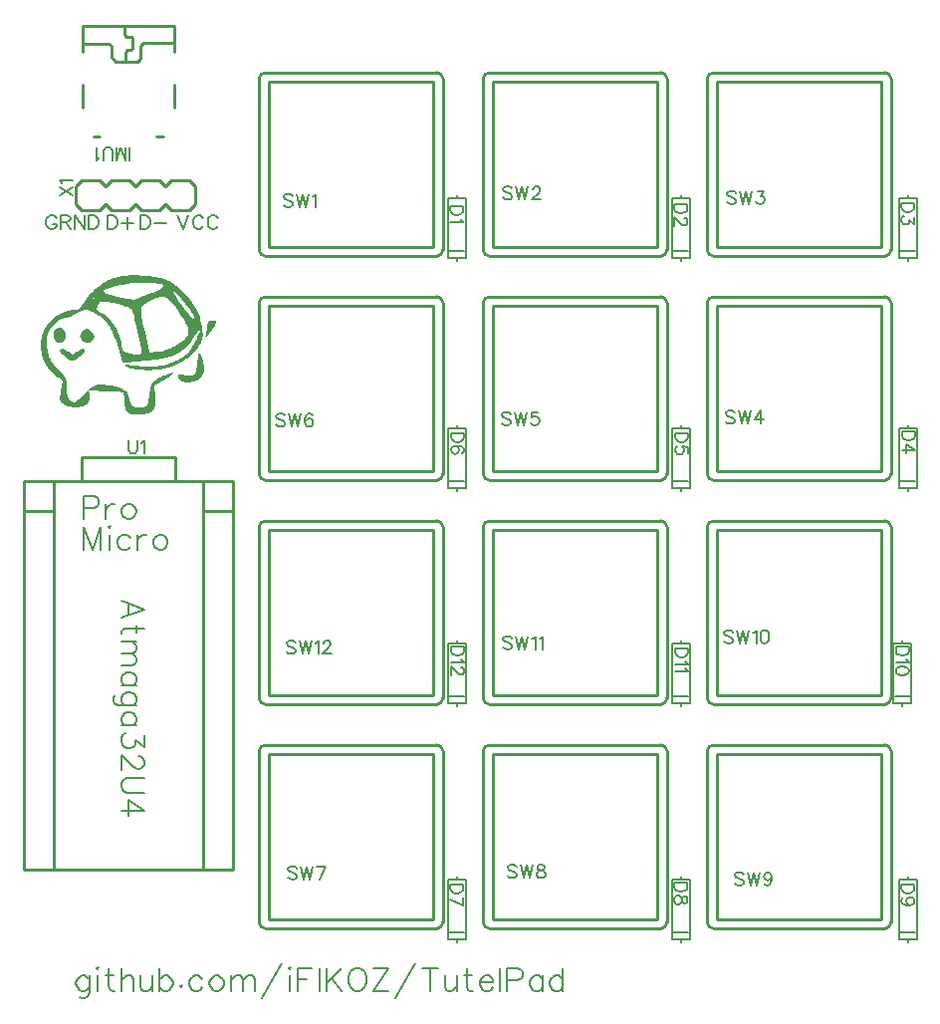
<source format=gto>
G04 Layer: TopSilkscreenLayer*
G04 EasyEDA v6.5.14, 2022-08-21 10:02:06*
G04 f0c9403b1c134f068d22612342c05ff7,da7caadd334e45d081e68ba313aefb3e,10*
G04 Gerber Generator version 0.2*
G04 Scale: 100 percent, Rotated: No, Reflected: No *
G04 Dimensions in millimeters *
G04 leading zeros omitted , absolute positions ,4 integer and 5 decimal *
%FSLAX45Y45*%
%MOMM*%

%ADD10C,0.2032*%
%ADD11C,0.1524*%
%ADD12C,0.2540*%

%LPD*%
G36*
X3533749Y2093468D02*
G01*
X3443833Y2084730D01*
X3431489Y2083257D01*
X3419500Y2081479D01*
X3407765Y2079396D01*
X3396284Y2076957D01*
X3385007Y2074164D01*
X3373831Y2071014D01*
X3362706Y2067458D01*
X3351631Y2063546D01*
X3340506Y2059178D01*
X3329279Y2054402D01*
X3317951Y2049170D01*
X3307638Y2044090D01*
X3297986Y2038857D01*
X3287826Y2032965D01*
X3277311Y2026462D01*
X3266592Y2019503D01*
X3245104Y2004517D01*
X3234588Y1996744D01*
X3224479Y1988870D01*
X3214878Y1981047D01*
X3205886Y1973376D01*
X3197707Y1965909D01*
X3193034Y1961337D01*
X3278784Y1961337D01*
X3279394Y1963572D01*
X3280664Y1964994D01*
X3282848Y1966671D01*
X3289554Y1970481D01*
X3299002Y1974799D01*
X3310636Y1979371D01*
X3323793Y1983943D01*
X3337966Y1988312D01*
X3358743Y1993849D01*
X3384753Y2000148D01*
X3421176Y2008327D01*
X3450793Y2014524D01*
X3477006Y2019503D01*
X3487623Y2021332D01*
X3514648Y2025040D01*
X3537000Y2027224D01*
X3560165Y2028748D01*
X3584295Y2029612D01*
X3609594Y2029815D01*
X3636213Y2029358D01*
X3664305Y2028240D01*
X3699916Y2026056D01*
X3716477Y2024735D01*
X3745737Y2021738D01*
X3757980Y2020112D01*
X3768293Y2018487D01*
X3776421Y2016861D01*
X3782060Y2015286D01*
X3783888Y2014474D01*
X3785006Y2013712D01*
X3787851Y2008936D01*
X3788257Y2003043D01*
X3786174Y1996439D01*
X3781755Y1989683D01*
X3779062Y1987245D01*
X3774490Y1984044D01*
X3768140Y1980184D01*
X3750868Y1970684D01*
X3728415Y1959457D01*
X3716892Y1953971D01*
X3872077Y1953971D01*
X3872687Y1957527D01*
X3874312Y1960422D01*
X3876751Y1962251D01*
X3879697Y1962810D01*
X3881120Y1962200D01*
X3883355Y1960625D01*
X3889756Y1954784D01*
X3898442Y1945792D01*
X3908907Y1934260D01*
X3920540Y1920646D01*
X3940759Y1895805D01*
X3976268Y1850847D01*
X4016501Y1798675D01*
X4026560Y1784553D01*
X4035602Y1770380D01*
X4043222Y1756765D01*
X4046423Y1750415D01*
X4049115Y1744472D01*
X4051249Y1739036D01*
X4052824Y1734210D01*
X4053789Y1729993D01*
X4054094Y1726590D01*
X4053840Y1722475D01*
X4053332Y1719275D01*
X4052366Y1717090D01*
X4050944Y1715973D01*
X4048963Y1715922D01*
X4046372Y1717090D01*
X4043019Y1719376D01*
X4038904Y1722932D01*
X4033926Y1727758D01*
X4021074Y1741474D01*
X4010151Y1753717D01*
X3996994Y1769516D01*
X3981805Y1788617D01*
X3965498Y1809953D01*
X3949039Y1832305D01*
X3933190Y1854504D01*
X3917137Y1877974D01*
X3898392Y1906828D01*
X3883609Y1931060D01*
X3878173Y1940560D01*
X3874363Y1947875D01*
X3872331Y1952650D01*
X3872077Y1953971D01*
X3716892Y1953971D01*
X3694937Y1943862D01*
X3665321Y1930857D01*
X3546043Y1880463D01*
X3431946Y1903425D01*
X3402736Y1909825D01*
X3374694Y1916531D01*
X3349193Y1923237D01*
X3327603Y1929587D01*
X3318611Y1932482D01*
X3311144Y1935175D01*
X3303015Y1938680D01*
X3297224Y1941982D01*
X3291992Y1945386D01*
X3287522Y1948891D01*
X3283864Y1952294D01*
X3281121Y1955596D01*
X3279394Y1958644D01*
X3278784Y1961337D01*
X3193034Y1961337D01*
X3185058Y1953209D01*
X3175812Y1943150D01*
X3166364Y1932381D01*
X3156966Y1921154D01*
X3147720Y1909622D01*
X3134206Y1891741D01*
X3182874Y1891741D01*
X3183686Y1895906D01*
X3185871Y1899310D01*
X3189122Y1901596D01*
X3193034Y1902460D01*
X3196945Y1902104D01*
X3200196Y1901139D01*
X3202381Y1899716D01*
X3203194Y1897989D01*
X3202381Y1895754D01*
X3200196Y1893011D01*
X3196945Y1890064D01*
X3193034Y1887270D01*
X3189122Y1885696D01*
X3185871Y1886000D01*
X3183686Y1888032D01*
X3182874Y1891741D01*
X3134206Y1891741D01*
X3126587Y1881073D01*
X3119374Y1870405D01*
X3113176Y1860397D01*
X3096412Y1831644D01*
X3088792Y1820316D01*
X3085287Y1815896D01*
X3081832Y1812188D01*
X3079198Y1809902D01*
X3223463Y1809902D01*
X3223768Y1813814D01*
X3224733Y1818386D01*
X3226308Y1823516D01*
X3228289Y1828952D01*
X3230778Y1834540D01*
X3233572Y1840128D01*
X3236722Y1845564D01*
X3240024Y1850694D01*
X3243427Y1855368D01*
X3246780Y1859330D01*
X3250082Y1862683D01*
X3253536Y1865375D01*
X3257194Y1867560D01*
X3261207Y1869135D01*
X3265678Y1870252D01*
X3270656Y1870913D01*
X3276295Y1871116D01*
X3282746Y1870913D01*
X3290011Y1870405D01*
X3302000Y1869033D01*
X3321151Y1865833D01*
X3345738Y1860804D01*
X3373678Y1854504D01*
X3402837Y1847342D01*
X3434791Y1838807D01*
X3453993Y1833067D01*
X3470757Y1827428D01*
X3485134Y1821891D01*
X3497173Y1816455D01*
X3507028Y1811020D01*
X3514699Y1805584D01*
X3517747Y1802841D01*
X3520287Y1800047D01*
X3523081Y1795983D01*
X3523966Y1794154D01*
X3600399Y1794154D01*
X3601008Y1807819D01*
X3602126Y1814423D01*
X3603244Y1818132D01*
X3604717Y1821789D01*
X3606546Y1825345D01*
X3608832Y1828850D01*
X3611575Y1832305D01*
X3614775Y1835759D01*
X3618534Y1839264D01*
X3622852Y1842820D01*
X3627780Y1846427D01*
X3633368Y1850186D01*
X3646525Y1858111D01*
X3662730Y1866849D01*
X3682136Y1876552D01*
X3697478Y1883714D01*
X3712921Y1890420D01*
X3728059Y1896516D01*
X3742486Y1901799D01*
X3755796Y1906219D01*
X3767531Y1909521D01*
X3777234Y1911654D01*
X3781247Y1912213D01*
X3784549Y1912416D01*
X3789730Y1912213D01*
X3794760Y1911553D01*
X3799789Y1910384D01*
X3804818Y1908708D01*
X3809847Y1906524D01*
X3814927Y1903730D01*
X3820109Y1900428D01*
X3825392Y1896516D01*
X3830828Y1891995D01*
X3836415Y1886915D01*
X3842258Y1881124D01*
X3850843Y1871929D01*
X3863035Y1857349D01*
X3878021Y1838248D01*
X3894937Y1815846D01*
X3912768Y1791411D01*
X3934968Y1759864D01*
X3953967Y1731619D01*
X3963365Y1717141D01*
X3971645Y1703832D01*
X3978859Y1691690D01*
X3985056Y1680514D01*
X3990289Y1670304D01*
X3994607Y1660906D01*
X3998061Y1652270D01*
X4000652Y1644294D01*
X4002481Y1636928D01*
X4003497Y1630019D01*
X4003852Y1623466D01*
X4003649Y1617522D01*
X4003040Y1611630D01*
X4002024Y1605838D01*
X4000601Y1600098D01*
X3998722Y1594408D01*
X3996385Y1588668D01*
X3993591Y1582928D01*
X3990340Y1577187D01*
X3986631Y1571345D01*
X3982415Y1565402D01*
X3977690Y1559407D01*
X3972458Y1553210D01*
X3966413Y1546961D01*
X3958844Y1540103D01*
X3949903Y1532839D01*
X3939895Y1525219D01*
X3928973Y1517497D01*
X3917391Y1509776D01*
X3905300Y1502156D01*
X3893007Y1494891D01*
X3880662Y1488084D01*
X3868572Y1481836D01*
X3856736Y1476197D01*
X3845001Y1470964D01*
X3833266Y1466088D01*
X3821684Y1461566D01*
X3810152Y1457452D01*
X3798773Y1453743D01*
X3787495Y1450390D01*
X3776421Y1447444D01*
X3765499Y1444955D01*
X3754780Y1442872D01*
X3744315Y1441196D01*
X3734104Y1439926D01*
X3672078Y1433626D01*
X3640734Y1567840D01*
X3624783Y1639214D01*
X3613861Y1690725D01*
X3609644Y1711706D01*
X3606037Y1731010D01*
X3604006Y1744421D01*
X3602431Y1757832D01*
X3601262Y1770837D01*
X3600602Y1783029D01*
X3600399Y1794154D01*
X3523966Y1794154D01*
X3528161Y1783232D01*
X3533495Y1766366D01*
X3539794Y1744522D01*
X3546805Y1718411D01*
X3554323Y1688846D01*
X3562146Y1656638D01*
X3570071Y1622552D01*
X3580333Y1576019D01*
X3594608Y1507998D01*
X3597808Y1490980D01*
X3600297Y1476451D01*
X3602075Y1464157D01*
X3603244Y1453946D01*
X3603701Y1445615D01*
X3603599Y1438960D01*
X3602888Y1433779D01*
X3601618Y1429816D01*
X3599789Y1426921D01*
X3597452Y1424838D01*
X3593693Y1423060D01*
X3588359Y1421688D01*
X3581704Y1420622D01*
X3574034Y1420012D01*
X3565499Y1419758D01*
X3556457Y1419961D01*
X3547059Y1420571D01*
X3537610Y1421587D01*
X3524656Y1423670D01*
X3511194Y1426362D01*
X3498037Y1429461D01*
X3485743Y1432864D01*
X3475126Y1436319D01*
X3466795Y1439722D01*
X3462020Y1442161D01*
X3457752Y1444904D01*
X3453942Y1447952D01*
X3450590Y1451406D01*
X3447643Y1455369D01*
X3445001Y1459992D01*
X3442715Y1465275D01*
X3440633Y1471422D01*
X3438753Y1478483D01*
X3436975Y1486509D01*
X3431794Y1517904D01*
X3429152Y1530756D01*
X3425951Y1544167D01*
X3422345Y1557782D01*
X3418433Y1571193D01*
X3414268Y1583893D01*
X3410102Y1595577D01*
X3405886Y1605788D01*
X3401110Y1615897D01*
X3395268Y1627225D01*
X3388563Y1639468D01*
X3381197Y1652168D01*
X3373424Y1664919D01*
X3365449Y1677416D01*
X3357575Y1689252D01*
X3349955Y1700022D01*
X3341268Y1711147D01*
X3331870Y1721866D01*
X3321913Y1732076D01*
X3311499Y1741627D01*
X3306216Y1746148D01*
X3295446Y1754479D01*
X3284677Y1761896D01*
X3279292Y1765198D01*
X3255975Y1777593D01*
X3250234Y1781048D01*
X3240176Y1788007D01*
X3235909Y1791462D01*
X3232251Y1794814D01*
X3229152Y1798116D01*
X3226714Y1801317D01*
X3224936Y1804365D01*
X3223818Y1807210D01*
X3223463Y1809902D01*
X3079198Y1809902D01*
X3074822Y1806752D01*
X3071114Y1804873D01*
X3067151Y1803450D01*
X3062833Y1802434D01*
X3058058Y1801774D01*
X3046984Y1801164D01*
X3036112Y1801012D01*
X3026156Y1800148D01*
X3014675Y1798472D01*
X3002076Y1796186D01*
X2988818Y1793239D01*
X2975203Y1789785D01*
X2961741Y1785924D01*
X2948736Y1781759D01*
X2936443Y1777187D01*
X2924454Y1772208D01*
X2912922Y1766722D01*
X2901746Y1760677D01*
X2890774Y1754022D01*
X2879953Y1746757D01*
X2869285Y1738731D01*
X2858566Y1729993D01*
X2847797Y1720443D01*
X2836875Y1709978D01*
X2825750Y1698650D01*
X2815437Y1687474D01*
X2806141Y1676755D01*
X2797860Y1666290D01*
X2790494Y1656029D01*
X2783992Y1645818D01*
X2778201Y1635556D01*
X2773121Y1625092D01*
X2768650Y1614373D01*
X2764739Y1603248D01*
X2761335Y1591767D01*
X2758236Y1579219D01*
X2755392Y1565554D01*
X2752852Y1551279D01*
X2750718Y1536750D01*
X2748991Y1522476D01*
X2747822Y1508810D01*
X2747162Y1496263D01*
X2747213Y1484731D01*
X2748026Y1472031D01*
X2749651Y1458112D01*
X2751937Y1443431D01*
X2754833Y1428445D01*
X2758236Y1413611D01*
X2762097Y1399336D01*
X2766263Y1386027D01*
X2770479Y1374749D01*
X2775000Y1364234D01*
X2780182Y1353515D01*
X2785973Y1342847D01*
X2792222Y1332179D01*
X2798826Y1321765D01*
X2805836Y1311706D01*
X2813050Y1302054D01*
X2820466Y1293012D01*
X2828036Y1284630D01*
X2836214Y1276350D01*
X2855315Y1258214D01*
X2874873Y1240739D01*
X2892602Y1226007D01*
X2899968Y1220317D01*
X2932633Y1197356D01*
X2916986Y1100683D01*
X2913481Y1077772D01*
X2911297Y1059992D01*
X2910433Y1046378D01*
X2910535Y1040790D01*
X2910941Y1035913D01*
X2911754Y1031595D01*
X2912872Y1027734D01*
X2914396Y1024178D01*
X2916275Y1020876D01*
X2918510Y1017625D01*
X2924200Y1010869D01*
X2927045Y1008024D01*
X2930398Y1005078D01*
X2938526Y999185D01*
X2947974Y993444D01*
X2958287Y988161D01*
X2968853Y983691D01*
X2974086Y981811D01*
X2987040Y978255D01*
X3003905Y974598D01*
X3020618Y971854D01*
X3035198Y970330D01*
X3040989Y970127D01*
X3046831Y970330D01*
X3053740Y970940D01*
X3069742Y973124D01*
X3086862Y976376D01*
X3095244Y978306D01*
X3103168Y980389D01*
X3109518Y982319D01*
X3115360Y984402D01*
X3120745Y986739D01*
X3125724Y989279D01*
X3130245Y992124D01*
X3134410Y995222D01*
X3138170Y998575D01*
X3141624Y1002284D01*
X3144723Y1006348D01*
X3147568Y1010767D01*
X3150158Y1015542D01*
X3152495Y1020724D01*
X3155645Y1029868D01*
X3158134Y1040282D01*
X3159150Y1045768D01*
X3160522Y1057046D01*
X3161131Y1068070D01*
X3161080Y1073302D01*
X3160268Y1082903D01*
X3155543Y1114907D01*
X3325164Y1107084D01*
X3360674Y1105052D01*
X3392017Y1102817D01*
X3417671Y1100632D01*
X3436213Y1098550D01*
X3442360Y1097584D01*
X3446170Y1096670D01*
X3447135Y1096264D01*
X3449015Y1094079D01*
X3450793Y1090015D01*
X3452368Y1084376D01*
X3453790Y1077366D01*
X3454958Y1069187D01*
X3455822Y1060094D01*
X3456381Y1050290D01*
X3456686Y1032916D01*
X3457701Y1017727D01*
X3459581Y1002030D01*
X3462223Y986637D01*
X3465423Y972362D01*
X3469132Y960018D01*
X3471062Y954836D01*
X3474872Y946708D01*
X3479037Y939393D01*
X3483660Y932891D01*
X3488588Y927252D01*
X3493922Y922477D01*
X3499612Y918565D01*
X3505606Y915568D01*
X3511905Y913485D01*
X3518509Y912266D01*
X3527348Y911250D01*
X3538016Y910539D01*
X3550107Y910082D01*
X3563264Y909929D01*
X3577031Y910031D01*
X3591153Y910437D01*
X3605123Y911148D01*
X3624986Y912621D01*
X3641090Y914349D01*
X3647998Y915416D01*
X3654196Y916635D01*
X3659784Y918057D01*
X3664864Y919683D01*
X3669537Y921613D01*
X3673856Y923747D01*
X3677869Y926287D01*
X3681780Y929081D01*
X3685540Y932332D01*
X3693160Y940003D01*
X3700475Y948436D01*
X3706215Y955751D01*
X3708654Y959256D01*
X3710787Y962761D01*
X3712667Y966368D01*
X3714292Y970127D01*
X3715715Y974090D01*
X3716883Y978306D01*
X3717848Y982929D01*
X3718610Y988009D01*
X3719576Y999693D01*
X3719880Y1013968D01*
X3719677Y1031443D01*
X3719017Y1052677D01*
X3715004Y1156157D01*
X3792118Y1201064D01*
X3817518Y1217066D01*
X3829100Y1224737D01*
X3839464Y1231950D01*
X3848303Y1238453D01*
X3855262Y1244041D01*
X3859987Y1248410D01*
X3865321Y1254048D01*
X3868928Y1258316D01*
X3870858Y1261262D01*
X3870909Y1262989D01*
X3869080Y1263650D01*
X3865219Y1263345D01*
X3859326Y1262278D01*
X3848252Y1259687D01*
X3840886Y1257503D01*
X3826916Y1252728D01*
X3804412Y1244244D01*
X3786174Y1236878D01*
X3773982Y1231696D01*
X3762095Y1226362D01*
X3750360Y1220470D01*
X3738879Y1214069D01*
X3728008Y1207414D01*
X3718102Y1200658D01*
X3709365Y1194054D01*
X3702151Y1187754D01*
X3699205Y1184808D01*
X3694836Y1179372D01*
X3693160Y1176477D01*
X3689654Y1168603D01*
X3686149Y1158240D01*
X3682644Y1145895D01*
X3679291Y1131925D01*
X3676142Y1116787D01*
X3673348Y1100886D01*
X3671011Y1084630D01*
X3669029Y1068374D01*
X3666744Y1052423D01*
X3664051Y1037285D01*
X3661105Y1023213D01*
X3657955Y1010666D01*
X3654704Y999947D01*
X3651453Y991412D01*
X3649827Y988110D01*
X3648252Y985469D01*
X3646728Y983589D01*
X3642969Y980643D01*
X3637838Y977798D01*
X3631539Y975207D01*
X3624275Y972870D01*
X3616350Y970838D01*
X3607917Y969213D01*
X3599281Y968044D01*
X3590645Y967435D01*
X3583889Y967282D01*
X3577437Y967435D01*
X3571240Y967841D01*
X3565347Y968552D01*
X3559759Y969518D01*
X3554476Y970737D01*
X3549497Y972210D01*
X3544773Y973988D01*
X3540404Y976020D01*
X3536340Y978357D01*
X3532581Y980948D01*
X3529126Y983742D01*
X3524961Y988161D01*
X3520846Y993698D01*
X3516833Y1000150D01*
X3513023Y1007364D01*
X3509568Y1015085D01*
X3506520Y1023061D01*
X3504082Y1031087D01*
X3500628Y1046784D01*
X3496614Y1062888D01*
X3492042Y1078026D01*
X3487369Y1090422D01*
X3485184Y1094943D01*
X3483406Y1097686D01*
X3480917Y1100632D01*
X3477818Y1103782D01*
X3474110Y1107135D01*
X3469894Y1110538D01*
X3460140Y1117447D01*
X3449116Y1124204D01*
X3437331Y1130401D01*
X3427476Y1134770D01*
X3418586Y1138021D01*
X3408324Y1141222D01*
X3396894Y1144320D01*
X3384550Y1147318D01*
X3371545Y1150112D01*
X3358134Y1152702D01*
X3344621Y1154938D01*
X3331159Y1156868D01*
X3318052Y1158392D01*
X3303828Y1159560D01*
X3288080Y1160576D01*
X3272536Y1161237D01*
X3257702Y1161542D01*
X3243935Y1161542D01*
X3231692Y1161237D01*
X3221329Y1160576D01*
X3213354Y1159560D01*
X3210356Y1158951D01*
X3208020Y1158189D01*
X3202178Y1155344D01*
X3194913Y1150874D01*
X3186379Y1144930D01*
X3176828Y1137666D01*
X3166465Y1129233D01*
X3155442Y1119835D01*
X3143961Y1109624D01*
X3132277Y1098753D01*
X3093466Y1060500D01*
X3079953Y1047800D01*
X3067456Y1036472D01*
X3056229Y1026820D01*
X3046730Y1019149D01*
X3039160Y1013764D01*
X3033928Y1010919D01*
X3032302Y1010564D01*
X3029254Y1011072D01*
X3025495Y1012545D01*
X3021076Y1014831D01*
X3016148Y1017879D01*
X3010966Y1021537D01*
X3005582Y1025804D01*
X3000197Y1030427D01*
X2991154Y1039368D01*
X2984703Y1046937D01*
X2982010Y1050747D01*
X2979674Y1054608D01*
X2977642Y1058722D01*
X2975914Y1063091D01*
X2974492Y1067816D01*
X2973273Y1072946D01*
X2972308Y1078585D01*
X2970936Y1091692D01*
X2970276Y1107694D01*
X2969818Y1141222D01*
X2969158Y1155090D01*
X2968091Y1168501D01*
X2966618Y1181150D01*
X2964942Y1192631D01*
X2962960Y1202588D01*
X2960776Y1210665D01*
X2958439Y1216456D01*
X2954883Y1222197D01*
X2949346Y1229969D01*
X2941980Y1239520D01*
X2923133Y1262380D01*
X2900680Y1287983D01*
X2878074Y1312773D01*
X2867964Y1324610D01*
X2858516Y1336395D01*
X2849727Y1348079D01*
X2841701Y1359611D01*
X2834436Y1370838D01*
X2828036Y1381709D01*
X2822498Y1392224D01*
X2817876Y1402232D01*
X2814269Y1411681D01*
X2810967Y1422654D01*
X2807868Y1435201D01*
X2805074Y1448917D01*
X2802636Y1463395D01*
X2800604Y1478127D01*
X2799080Y1492707D01*
X2798114Y1506677D01*
X2797759Y1519631D01*
X2798064Y1532737D01*
X2798978Y1545945D01*
X2800451Y1558950D01*
X2802382Y1571498D01*
X2804769Y1583334D01*
X2807563Y1594104D01*
X2810713Y1603654D01*
X2814116Y1611579D01*
X2819400Y1621231D01*
X2826004Y1631848D01*
X2833522Y1642922D01*
X2841498Y1653844D01*
X2849524Y1664004D01*
X2857195Y1672793D01*
X2865272Y1680921D01*
X2874416Y1689252D01*
X2884119Y1697329D01*
X2893822Y1704695D01*
X2903067Y1711045D01*
X2911297Y1715871D01*
X2917190Y1718716D01*
X2923438Y1721408D01*
X2929890Y1723847D01*
X2936290Y1725980D01*
X2942539Y1727707D01*
X2948381Y1729028D01*
X2953613Y1729892D01*
X2960420Y1730349D01*
X2967126Y1731822D01*
X2976168Y1734616D01*
X2987192Y1738579D01*
X2999790Y1743557D01*
X3013608Y1749399D01*
X3028238Y1756003D01*
X3043326Y1763166D01*
X3078429Y1780489D01*
X3092907Y1787194D01*
X3104946Y1792122D01*
X3110179Y1794002D01*
X3115106Y1795475D01*
X3119678Y1796542D01*
X3124047Y1797304D01*
X3128213Y1797710D01*
X3132328Y1797761D01*
X3136392Y1797507D01*
X3140557Y1796948D01*
X3149346Y1795018D01*
X3159252Y1792071D01*
X3169259Y1788668D01*
X3179216Y1784654D01*
X3190341Y1779524D01*
X3202330Y1773478D01*
X3214827Y1766773D01*
X3227374Y1759610D01*
X3239617Y1752142D01*
X3251200Y1744573D01*
X3261867Y1737106D01*
X3271875Y1729333D01*
X3281476Y1721205D01*
X3290570Y1712620D01*
X3299256Y1703628D01*
X3307587Y1694129D01*
X3315563Y1684172D01*
X3323183Y1673606D01*
X3330549Y1662480D01*
X3337610Y1650695D01*
X3343046Y1640890D01*
X3347313Y1632457D01*
X3356559Y1612138D01*
X3366566Y1588058D01*
X3376828Y1561338D01*
X3387039Y1533042D01*
X3396742Y1504238D01*
X3405479Y1475943D01*
X3440734Y1353870D01*
X3587851Y1361744D01*
X3615842Y1363776D01*
X3644392Y1366215D01*
X3672586Y1368958D01*
X3699713Y1371955D01*
X3724859Y1375105D01*
X3747211Y1378305D01*
X3765956Y1381506D01*
X3776218Y1383538D01*
X3802430Y1389634D01*
X3815791Y1393088D01*
X3841597Y1400505D01*
X3853637Y1404264D01*
X3864711Y1408023D01*
X3874668Y1411681D01*
X3883151Y1415186D01*
X3891279Y1418996D01*
X3900932Y1424076D01*
X3911396Y1430070D01*
X3922318Y1436674D01*
X3944061Y1451051D01*
X3954322Y1458366D01*
X3963670Y1465478D01*
X3970680Y1471269D01*
X3976827Y1476959D01*
X3983532Y1483766D01*
X3998264Y1500124D01*
X4006138Y1509420D01*
X4022191Y1529588D01*
X4034129Y1545539D01*
X4049268Y1567129D01*
X4066082Y1592783D01*
X4075277Y1606245D01*
X4083558Y1617776D01*
X4090822Y1627225D01*
X4096816Y1634337D01*
X4099255Y1636928D01*
X4102963Y1640027D01*
X4104182Y1640433D01*
X4104944Y1640078D01*
X4105198Y1638960D01*
X4104894Y1636318D01*
X4102811Y1628038D01*
X4098899Y1616354D01*
X4093464Y1602130D01*
X4086758Y1586026D01*
X4079138Y1568856D01*
X4072534Y1554784D01*
X4061053Y1532077D01*
X4048353Y1508455D01*
X4035450Y1485798D01*
X4023309Y1465834D01*
X4017873Y1457452D01*
X4012031Y1449120D01*
X4005072Y1440230D01*
X3997553Y1431798D01*
X3989324Y1423670D01*
X3980230Y1415796D01*
X3970223Y1408023D01*
X3959199Y1400352D01*
X3946956Y1392631D01*
X3933393Y1384757D01*
X3918458Y1376680D01*
X3904589Y1369568D01*
X3892702Y1363878D01*
X3880561Y1358442D01*
X3868267Y1353261D01*
X3855872Y1348384D01*
X3843426Y1343761D01*
X3831082Y1339545D01*
X3818839Y1335684D01*
X3806799Y1332230D01*
X3795115Y1329182D01*
X3783736Y1326591D01*
X3772865Y1324457D01*
X3762806Y1322882D01*
X3752392Y1321562D01*
X3729024Y1319428D01*
X3703370Y1317904D01*
X3676853Y1317091D01*
X3650843Y1317040D01*
X3626865Y1317752D01*
X3601415Y1319479D01*
X3567633Y1322374D01*
X3542334Y1325016D01*
X3520694Y1327658D01*
X3496056Y1331518D01*
X3488436Y1332382D01*
X3481933Y1332738D01*
X3476498Y1332534D01*
X3472281Y1331772D01*
X3469182Y1330502D01*
X3467303Y1328674D01*
X3466693Y1326337D01*
X3467455Y1323949D01*
X3469690Y1321308D01*
X3473196Y1318412D01*
X3477869Y1315466D01*
X3483457Y1312519D01*
X3489909Y1309624D01*
X3497072Y1306880D01*
X3508044Y1303528D01*
X3516020Y1301597D01*
X3536137Y1297686D01*
X3560216Y1293926D01*
X3592982Y1289862D01*
X3612642Y1287983D01*
X3624478Y1287068D01*
X3636010Y1286510D01*
X3661054Y1286103D01*
X3687572Y1286611D01*
X3700932Y1287170D01*
X3727196Y1288948D01*
X3739692Y1290116D01*
X3751630Y1291488D01*
X3762756Y1293063D01*
X3773119Y1294790D01*
X3784041Y1297076D01*
X3795776Y1299819D01*
X3820922Y1306677D01*
X3833977Y1310640D01*
X3853687Y1317091D01*
X3879189Y1326388D01*
X3891229Y1331214D01*
X3902557Y1336040D01*
X3913022Y1340815D01*
X3924604Y1346606D01*
X3936085Y1352702D01*
X3947414Y1359204D01*
X3958590Y1366062D01*
X3969613Y1373174D01*
X3980383Y1380591D01*
X3990898Y1388313D01*
X4001109Y1396238D01*
X4011015Y1404366D01*
X4020565Y1412697D01*
X4029710Y1421180D01*
X4038396Y1429816D01*
X4047236Y1439062D01*
X4064762Y1458976D01*
X4081170Y1479346D01*
X4088587Y1489202D01*
X4095242Y1498650D01*
X4101084Y1507388D01*
X4105859Y1515313D01*
X4109465Y1522171D01*
X4114342Y1533245D01*
X4118101Y1543913D01*
X4120845Y1554734D01*
X4122572Y1566164D01*
X4123131Y1572209D01*
X4123436Y1578660D01*
X4123385Y1592732D01*
X4122521Y1608836D01*
X4120845Y1627479D01*
X4119575Y1639011D01*
X4116019Y1664004D01*
X4111447Y1689811D01*
X4106265Y1714601D01*
X4100880Y1736293D01*
X4098188Y1745386D01*
X4095038Y1754378D01*
X4090924Y1764487D01*
X4085996Y1775510D01*
X4080357Y1787194D01*
X4074109Y1799285D01*
X4067403Y1811578D01*
X4060393Y1823821D01*
X4053179Y1835759D01*
X4045864Y1847138D01*
X4038600Y1857806D01*
X4032148Y1866646D01*
X4017010Y1886051D01*
X3999636Y1906778D01*
X3985818Y1922475D01*
X3967022Y1942846D01*
X3957777Y1952396D01*
X3944416Y1965604D01*
X3936034Y1973478D01*
X3925824Y1982520D01*
X3914800Y1991715D01*
X3903116Y2000910D01*
X3891127Y2009952D01*
X3878986Y2018639D01*
X3866946Y2026869D01*
X3855262Y2034438D01*
X3844086Y2041194D01*
X3833774Y2046935D01*
X3824478Y2051557D01*
X3816096Y2055266D01*
X3807460Y2058670D01*
X3798519Y2061819D01*
X3789121Y2064816D01*
X3779316Y2067560D01*
X3768953Y2070100D01*
X3757929Y2072436D01*
X3733800Y2076704D01*
X3706266Y2080412D01*
X3674719Y2083714D01*
X3603599Y2089404D01*
X3573373Y2091537D01*
X3550056Y2092909D01*
G37*
G36*
X4211878Y1709877D02*
G01*
X4204817Y1709623D01*
X4197858Y1708912D01*
X4191304Y1707794D01*
X4185259Y1706270D01*
X4179874Y1704441D01*
X4175404Y1702307D01*
X4171950Y1700022D01*
X4169664Y1697532D01*
X4168140Y1694180D01*
X4166615Y1689506D01*
X4165142Y1683613D01*
X4163822Y1676755D01*
X4162653Y1669186D01*
X4161688Y1661109D01*
X4160012Y1635709D01*
X4159250Y1626870D01*
X4156913Y1609496D01*
X4153865Y1594307D01*
X4152188Y1588109D01*
X4150461Y1583182D01*
X4147972Y1577136D01*
X4146397Y1572717D01*
X4145737Y1569821D01*
X4146143Y1568500D01*
X4147718Y1568653D01*
X4150461Y1570228D01*
X4159910Y1577543D01*
X4165650Y1582928D01*
X4172762Y1590548D01*
X4180738Y1599946D01*
X4189222Y1610563D01*
X4197654Y1621891D01*
X4205681Y1633270D01*
X4213301Y1644853D01*
X4220616Y1656435D01*
X4227271Y1667560D01*
X4232910Y1677568D01*
X4237278Y1686001D01*
X4239971Y1692148D01*
X4241495Y1697126D01*
X4241901Y1701139D01*
X4240987Y1704238D01*
X4238701Y1706524D01*
X4234789Y1708150D01*
X4229100Y1709166D01*
X4221530Y1709724D01*
G37*
G36*
X2911195Y1648307D02*
G01*
X2903474Y1647545D01*
X2895193Y1646174D01*
X2887268Y1644294D01*
X2880715Y1642160D01*
X2877870Y1640586D01*
X2874822Y1638147D01*
X2871673Y1634947D01*
X2868574Y1631137D01*
X2865526Y1626768D01*
X2862681Y1622094D01*
X2860141Y1617167D01*
X2858008Y1612087D01*
X2855925Y1605534D01*
X2854604Y1598879D01*
X2854045Y1592021D01*
X2854299Y1584858D01*
X2855315Y1577390D01*
X2857144Y1569516D01*
X2859786Y1561185D01*
X2863189Y1552295D01*
X2867304Y1543151D01*
X2871419Y1535633D01*
X2875635Y1529537D01*
X2880106Y1524812D01*
X2884932Y1521358D01*
X2890316Y1519021D01*
X2896311Y1517751D01*
X2903118Y1517345D01*
X2908706Y1517751D01*
X2914396Y1519021D01*
X2920085Y1521002D01*
X2925673Y1523695D01*
X2931007Y1526997D01*
X2935935Y1530807D01*
X2940354Y1535125D01*
X2944164Y1539849D01*
X2947314Y1544777D01*
X2950260Y1550263D01*
X2952953Y1556004D01*
X2955290Y1561896D01*
X2957220Y1567738D01*
X2958693Y1573326D01*
X2959608Y1578559D01*
X2959912Y1583182D01*
X2959608Y1587855D01*
X2958693Y1593088D01*
X2957220Y1598676D01*
X2955290Y1604518D01*
X2952953Y1610410D01*
X2950260Y1616151D01*
X2947314Y1621586D01*
X2944164Y1626565D01*
X2940608Y1631086D01*
X2936646Y1635251D01*
X2932379Y1639011D01*
X2927959Y1642211D01*
X2923489Y1644853D01*
X2919120Y1646834D01*
X2915005Y1648002D01*
G37*
G36*
X3137763Y1638960D02*
G01*
X3134207Y1638554D01*
X3130092Y1637334D01*
X3125520Y1635455D01*
X3120745Y1632966D01*
X3115818Y1629968D01*
X3110941Y1626565D01*
X3106216Y1622755D01*
X3101797Y1618691D01*
X3097733Y1614170D01*
X3093923Y1609191D01*
X3090519Y1603908D01*
X3087522Y1598422D01*
X3085033Y1592935D01*
X3083153Y1587601D01*
X3081985Y1582623D01*
X3081528Y1578152D01*
X3081985Y1573631D01*
X3083153Y1568653D01*
X3085033Y1563370D01*
X3087522Y1557883D01*
X3090519Y1552397D01*
X3093923Y1547063D01*
X3097733Y1542084D01*
X3101797Y1537614D01*
X3106318Y1533499D01*
X3111296Y1529740D01*
X3116630Y1526286D01*
X3122066Y1523288D01*
X3127552Y1520799D01*
X3132886Y1518920D01*
X3137865Y1517751D01*
X3142335Y1517345D01*
X3146856Y1517751D01*
X3151835Y1518920D01*
X3157169Y1520799D01*
X3162604Y1523288D01*
X3168091Y1526286D01*
X3173425Y1529740D01*
X3178403Y1533499D01*
X3182874Y1537614D01*
X3186988Y1541983D01*
X3190748Y1546707D01*
X3194202Y1551584D01*
X3197199Y1556512D01*
X3199688Y1561338D01*
X3201568Y1565859D01*
X3202736Y1569974D01*
X3203194Y1573530D01*
X3202686Y1577187D01*
X3201212Y1581556D01*
X3198926Y1586534D01*
X3195878Y1591919D01*
X3192170Y1597507D01*
X3187954Y1603197D01*
X3183280Y1608734D01*
X3178302Y1614068D01*
X3172968Y1619046D01*
X3167380Y1623720D01*
X3161741Y1627936D01*
X3156102Y1631645D01*
X3150768Y1634693D01*
X3145790Y1636979D01*
X3141421Y1638452D01*
G37*
G36*
X2931109Y1466646D02*
G01*
X2922625Y1465529D01*
X2915666Y1462481D01*
X2910992Y1457909D01*
X2909265Y1452372D01*
X2909925Y1448917D01*
X2911805Y1444650D01*
X2914853Y1439672D01*
X2918866Y1434185D01*
X2923692Y1428343D01*
X2929229Y1422349D01*
X2935376Y1416354D01*
X2946552Y1406753D01*
X2956306Y1399082D01*
X2966415Y1391716D01*
X2976270Y1384960D01*
X2985363Y1379169D01*
X2993136Y1374749D01*
X2996387Y1373124D01*
X3002381Y1370787D01*
X3008223Y1369364D01*
X3013964Y1368856D01*
X3019806Y1369314D01*
X3025952Y1370787D01*
X3032455Y1373225D01*
X3039567Y1376730D01*
X3051505Y1383944D01*
X3060446Y1389938D01*
X3079292Y1403502D01*
X3095955Y1416710D01*
X3103880Y1423924D01*
X3108147Y1428496D01*
X3112008Y1433169D01*
X3115411Y1437792D01*
X3118205Y1442262D01*
X3120288Y1446428D01*
X3121609Y1450086D01*
X3122066Y1453235D01*
X3120644Y1458417D01*
X3116732Y1462684D01*
X3110890Y1465580D01*
X3103778Y1466646D01*
X3099409Y1466138D01*
X3094024Y1464665D01*
X3087776Y1462379D01*
X3080969Y1459331D01*
X3073755Y1455674D01*
X3066338Y1451457D01*
X3058922Y1446784D01*
X3051810Y1441805D01*
X3018129Y1416964D01*
X2985516Y1441805D01*
X2978556Y1446784D01*
X2971139Y1451457D01*
X2963621Y1455674D01*
X2956102Y1459331D01*
X2948889Y1462379D01*
X2942132Y1464665D01*
X2936138Y1466138D01*
G37*
G36*
X4095496Y1431391D02*
G01*
X4093311Y1430578D01*
X4091330Y1428292D01*
X4090263Y1426006D01*
X4089095Y1422501D01*
X4086707Y1412392D01*
X4084218Y1398727D01*
X4081830Y1382420D01*
X4079646Y1364234D01*
X4076344Y1330350D01*
X4074515Y1316075D01*
X4072382Y1302461D01*
X4070045Y1289964D01*
X4067505Y1278788D01*
X4064914Y1269441D01*
X4062323Y1262176D01*
X4061053Y1259484D01*
X4059783Y1257452D01*
X4056735Y1254099D01*
X4052773Y1251000D01*
X4047998Y1248105D01*
X4042562Y1245616D01*
X4036720Y1243533D01*
X4030624Y1241907D01*
X4024376Y1240840D01*
X4018178Y1240383D01*
X4008983Y1240536D01*
X3998112Y1241247D01*
X3986174Y1242364D01*
X3973829Y1243939D01*
X3961790Y1245819D01*
X3939946Y1250086D01*
X3931361Y1251407D01*
X3924757Y1251864D01*
X3919778Y1251458D01*
X3916324Y1250086D01*
X3914140Y1247698D01*
X3912971Y1244244D01*
X3912615Y1239723D01*
X3913022Y1236065D01*
X3914241Y1231798D01*
X3916121Y1227124D01*
X3918559Y1222248D01*
X3921607Y1217269D01*
X3925011Y1212291D01*
X3928821Y1207566D01*
X3932885Y1203147D01*
X3936441Y1199845D01*
X3940301Y1196898D01*
X3944365Y1194206D01*
X3948785Y1191818D01*
X3953459Y1189685D01*
X3958437Y1187856D01*
X3963670Y1186332D01*
X3969258Y1185062D01*
X3975150Y1184097D01*
X3987850Y1182979D01*
X3994708Y1182878D01*
X4006951Y1183436D01*
X4020413Y1185113D01*
X4034282Y1187754D01*
X4047896Y1191107D01*
X4060444Y1195019D01*
X4066082Y1197203D01*
X4071162Y1199438D01*
X4076039Y1201978D01*
X4081018Y1204925D01*
X4085996Y1208278D01*
X4090924Y1211986D01*
X4100525Y1220216D01*
X4109212Y1229055D01*
X4113072Y1233576D01*
X4116578Y1238097D01*
X4119575Y1242517D01*
X4122064Y1246835D01*
X4124604Y1252220D01*
X4126890Y1257757D01*
X4128820Y1263446D01*
X4130446Y1269339D01*
X4131767Y1275384D01*
X4132783Y1281684D01*
X4133494Y1288237D01*
X4133850Y1294993D01*
X4133951Y1302054D01*
X4133748Y1309370D01*
X4132376Y1325016D01*
X4130395Y1338783D01*
X4127652Y1353515D01*
X4124350Y1368450D01*
X4120642Y1382776D01*
X4116730Y1395730D01*
X4112869Y1406448D01*
X4109516Y1414119D01*
X4106367Y1420418D01*
X4103370Y1425244D01*
X4100576Y1428750D01*
X4097934Y1430782D01*
G37*
D10*
X2880613Y2575813D02*
G01*
X2874772Y2587244D01*
X2863341Y2598928D01*
X2851658Y2604770D01*
X2828543Y2604770D01*
X2817113Y2598928D01*
X2805429Y2587244D01*
X2799841Y2575813D01*
X2794000Y2558542D01*
X2794000Y2529586D01*
X2799841Y2512313D01*
X2805429Y2500629D01*
X2817113Y2489200D01*
X2828543Y2483357D01*
X2851658Y2483357D01*
X2863341Y2489200D01*
X2874772Y2500629D01*
X2880613Y2512313D01*
X2880613Y2529586D01*
X2851658Y2529586D02*
G01*
X2880613Y2529586D01*
X2918713Y2604770D02*
G01*
X2918713Y2483357D01*
X2918713Y2604770D02*
G01*
X2970529Y2604770D01*
X2988056Y2598928D01*
X2993643Y2593086D01*
X2999486Y2581655D01*
X2999486Y2569971D01*
X2993643Y2558542D01*
X2988056Y2552700D01*
X2970529Y2546857D01*
X2918713Y2546857D01*
X2959100Y2546857D02*
G01*
X2999486Y2483357D01*
X3037586Y2604770D02*
G01*
X3037586Y2483357D01*
X3037586Y2604770D02*
G01*
X3118358Y2483357D01*
X3118358Y2604770D02*
G01*
X3118358Y2483357D01*
X3156458Y2604770D02*
G01*
X3156458Y2483357D01*
X3156458Y2604770D02*
G01*
X3196843Y2604770D01*
X3214370Y2598928D01*
X3225800Y2587244D01*
X3231641Y2575813D01*
X3237229Y2558542D01*
X3237229Y2529586D01*
X3231641Y2512313D01*
X3225800Y2500629D01*
X3214370Y2489200D01*
X3196843Y2483357D01*
X3156458Y2483357D01*
X3314700Y2604770D02*
G01*
X3314700Y2483357D01*
X3314700Y2604770D02*
G01*
X3355086Y2604770D01*
X3372358Y2598928D01*
X3384041Y2587244D01*
X3389629Y2575813D01*
X3395472Y2558542D01*
X3395472Y2529586D01*
X3389629Y2512313D01*
X3384041Y2500629D01*
X3372358Y2489200D01*
X3355086Y2483357D01*
X3314700Y2483357D01*
X3485641Y2587244D02*
G01*
X3485641Y2483357D01*
X3433572Y2535428D02*
G01*
X3537458Y2535428D01*
X3594100Y2604770D02*
G01*
X3594100Y2483357D01*
X3594100Y2604770D02*
G01*
X3634486Y2604770D01*
X3651758Y2598928D01*
X3663441Y2587244D01*
X3669029Y2575813D01*
X3674872Y2558542D01*
X3674872Y2529586D01*
X3669029Y2512313D01*
X3663441Y2500629D01*
X3651758Y2489200D01*
X3634486Y2483357D01*
X3594100Y2483357D01*
X3712972Y2535428D02*
G01*
X3816858Y2535428D01*
X3911600Y2604770D02*
G01*
X3957827Y2483357D01*
X4004056Y2604770D02*
G01*
X3957827Y2483357D01*
X4128770Y2575813D02*
G01*
X4122927Y2587244D01*
X4111243Y2598928D01*
X4099813Y2604770D01*
X4076700Y2604770D01*
X4065270Y2598928D01*
X4053586Y2587244D01*
X4047743Y2575813D01*
X4042156Y2558542D01*
X4042156Y2529586D01*
X4047743Y2512313D01*
X4053586Y2500629D01*
X4065270Y2489200D01*
X4076700Y2483357D01*
X4099813Y2483357D01*
X4111243Y2489200D01*
X4122927Y2500629D01*
X4128770Y2512313D01*
X4253229Y2575813D02*
G01*
X4247641Y2587244D01*
X4235958Y2598928D01*
X4224527Y2604770D01*
X4201413Y2604770D01*
X4189729Y2598928D01*
X4178300Y2587244D01*
X4172458Y2575813D01*
X4166870Y2558542D01*
X4166870Y2529586D01*
X4172458Y2512313D01*
X4178300Y2500629D01*
X4189729Y2489200D01*
X4201413Y2483357D01*
X4224527Y2483357D01*
X4235958Y2489200D01*
X4247641Y2500629D01*
X4253229Y2512313D01*
X3158743Y-3860037D02*
G01*
X3158743Y-4007865D01*
X3149600Y-4035552D01*
X3140456Y-4044950D01*
X3121913Y-4054094D01*
X3094227Y-4054094D01*
X3075686Y-4044950D01*
X3158743Y-3887723D02*
G01*
X3140456Y-3869436D01*
X3121913Y-3860037D01*
X3094227Y-3860037D01*
X3075686Y-3869436D01*
X3057143Y-3887723D01*
X3048000Y-3915410D01*
X3048000Y-3933952D01*
X3057143Y-3961637D01*
X3075686Y-3980179D01*
X3094227Y-3989323D01*
X3121913Y-3989323D01*
X3140456Y-3980179D01*
X3158743Y-3961637D01*
X3219704Y-3795521D02*
G01*
X3229102Y-3804665D01*
X3238245Y-3795521D01*
X3229102Y-3786123D01*
X3219704Y-3795521D01*
X3229102Y-3860037D02*
G01*
X3229102Y-3989323D01*
X3326891Y-3795521D02*
G01*
X3326891Y-3952494D01*
X3336290Y-3980179D01*
X3354577Y-3989323D01*
X3373120Y-3989323D01*
X3299206Y-3860037D02*
G01*
X3363975Y-3860037D01*
X3434079Y-3795521D02*
G01*
X3434079Y-3989323D01*
X3434079Y-3897121D02*
G01*
X3461765Y-3869436D01*
X3480308Y-3860037D01*
X3507993Y-3860037D01*
X3526536Y-3869436D01*
X3535679Y-3897121D01*
X3535679Y-3989323D01*
X3596640Y-3860037D02*
G01*
X3596640Y-3952494D01*
X3605784Y-3980179D01*
X3624325Y-3989323D01*
X3652011Y-3989323D01*
X3670554Y-3980179D01*
X3698240Y-3952494D01*
X3698240Y-3860037D02*
G01*
X3698240Y-3989323D01*
X3759200Y-3795521D02*
G01*
X3759200Y-3989323D01*
X3759200Y-3887723D02*
G01*
X3777741Y-3869436D01*
X3796029Y-3860037D01*
X3823970Y-3860037D01*
X3842258Y-3869436D01*
X3860800Y-3887723D01*
X3869943Y-3915410D01*
X3869943Y-3933952D01*
X3860800Y-3961637D01*
X3842258Y-3980179D01*
X3823970Y-3989323D01*
X3796029Y-3989323D01*
X3777741Y-3980179D01*
X3759200Y-3961637D01*
X3940302Y-3943350D02*
G01*
X3930904Y-3952494D01*
X3940302Y-3961637D01*
X3949445Y-3952494D01*
X3940302Y-3943350D01*
X4121150Y-3887723D02*
G01*
X4102861Y-3869436D01*
X4084320Y-3860037D01*
X4056634Y-3860037D01*
X4038091Y-3869436D01*
X4019550Y-3887723D01*
X4010406Y-3915410D01*
X4010406Y-3933952D01*
X4019550Y-3961637D01*
X4038091Y-3980179D01*
X4056634Y-3989323D01*
X4084320Y-3989323D01*
X4102861Y-3980179D01*
X4121150Y-3961637D01*
X4228338Y-3860037D02*
G01*
X4210050Y-3869436D01*
X4191508Y-3887723D01*
X4182109Y-3915410D01*
X4182109Y-3933952D01*
X4191508Y-3961637D01*
X4210050Y-3980179D01*
X4228338Y-3989323D01*
X4256024Y-3989323D01*
X4274565Y-3980179D01*
X4293108Y-3961637D01*
X4302252Y-3933952D01*
X4302252Y-3915410D01*
X4293108Y-3887723D01*
X4274565Y-3869436D01*
X4256024Y-3860037D01*
X4228338Y-3860037D01*
X4363211Y-3860037D02*
G01*
X4363211Y-3989323D01*
X4363211Y-3897121D02*
G01*
X4390897Y-3869436D01*
X4409440Y-3860037D01*
X4437125Y-3860037D01*
X4455668Y-3869436D01*
X4464811Y-3897121D01*
X4464811Y-3989323D01*
X4464811Y-3897121D02*
G01*
X4492497Y-3869436D01*
X4511040Y-3860037D01*
X4538725Y-3860037D01*
X4557268Y-3869436D01*
X4566411Y-3897121D01*
X4566411Y-3989323D01*
X4793741Y-3758437D02*
G01*
X4627372Y-4054094D01*
X4854702Y-3795521D02*
G01*
X4863845Y-3804665D01*
X4872990Y-3795521D01*
X4863845Y-3786123D01*
X4854702Y-3795521D01*
X4863845Y-3860037D02*
G01*
X4863845Y-3989323D01*
X4933950Y-3795521D02*
G01*
X4933950Y-3989323D01*
X4933950Y-3795521D02*
G01*
X5054091Y-3795521D01*
X4933950Y-3887723D02*
G01*
X5007863Y-3887723D01*
X5115052Y-3795521D02*
G01*
X5115052Y-3989323D01*
X5176011Y-3795521D02*
G01*
X5176011Y-3989323D01*
X5305297Y-3795521D02*
G01*
X5176011Y-3924807D01*
X5222240Y-3878579D02*
G01*
X5305297Y-3989323D01*
X5421629Y-3795521D02*
G01*
X5403341Y-3804665D01*
X5384800Y-3823207D01*
X5375656Y-3841750D01*
X5366258Y-3869436D01*
X5366258Y-3915410D01*
X5375656Y-3943350D01*
X5384800Y-3961637D01*
X5403341Y-3980179D01*
X5421629Y-3989323D01*
X5458713Y-3989323D01*
X5477256Y-3980179D01*
X5495543Y-3961637D01*
X5504941Y-3943350D01*
X5514086Y-3915410D01*
X5514086Y-3869436D01*
X5504941Y-3841750D01*
X5495543Y-3823207D01*
X5477256Y-3804665D01*
X5458713Y-3795521D01*
X5421629Y-3795521D01*
X5704331Y-3795521D02*
G01*
X5575045Y-3989323D01*
X5575045Y-3795521D02*
G01*
X5704331Y-3795521D01*
X5575045Y-3989323D02*
G01*
X5704331Y-3989323D01*
X5931661Y-3758437D02*
G01*
X5765291Y-4054094D01*
X6057138Y-3795521D02*
G01*
X6057138Y-3989323D01*
X5992622Y-3795521D02*
G01*
X6121908Y-3795521D01*
X6182868Y-3860037D02*
G01*
X6182868Y-3952494D01*
X6192011Y-3980179D01*
X6210554Y-3989323D01*
X6238240Y-3989323D01*
X6256781Y-3980179D01*
X6284468Y-3952494D01*
X6284468Y-3860037D02*
G01*
X6284468Y-3989323D01*
X6373113Y-3795521D02*
G01*
X6373113Y-3952494D01*
X6382258Y-3980179D01*
X6400800Y-3989323D01*
X6419341Y-3989323D01*
X6345427Y-3860037D02*
G01*
X6409943Y-3860037D01*
X6480302Y-3915410D02*
G01*
X6591045Y-3915410D01*
X6591045Y-3897121D01*
X6581902Y-3878579D01*
X6572504Y-3869436D01*
X6554215Y-3860037D01*
X6526529Y-3860037D01*
X6507988Y-3869436D01*
X6489445Y-3887723D01*
X6480302Y-3915410D01*
X6480302Y-3933952D01*
X6489445Y-3961637D01*
X6507988Y-3980179D01*
X6526529Y-3989323D01*
X6554215Y-3989323D01*
X6572504Y-3980179D01*
X6591045Y-3961637D01*
X6652006Y-3795521D02*
G01*
X6652006Y-3989323D01*
X6712965Y-3795521D02*
G01*
X6712965Y-3989323D01*
X6712965Y-3795521D02*
G01*
X6796024Y-3795521D01*
X6823709Y-3804665D01*
X6833108Y-3813810D01*
X6842252Y-3832352D01*
X6842252Y-3860037D01*
X6833108Y-3878579D01*
X6823709Y-3887723D01*
X6796024Y-3897121D01*
X6712965Y-3897121D01*
X7014209Y-3860037D02*
G01*
X7014209Y-3989323D01*
X7014209Y-3887723D02*
G01*
X6995668Y-3869436D01*
X6977125Y-3860037D01*
X6949440Y-3860037D01*
X6930897Y-3869436D01*
X6912609Y-3887723D01*
X6903211Y-3915410D01*
X6903211Y-3933952D01*
X6912609Y-3961637D01*
X6930897Y-3980179D01*
X6949440Y-3989323D01*
X6977125Y-3989323D01*
X6995668Y-3980179D01*
X7014209Y-3961637D01*
X7185913Y-3795521D02*
G01*
X7185913Y-3989323D01*
X7185913Y-3887723D02*
G01*
X7167372Y-3869436D01*
X7148829Y-3860037D01*
X7121143Y-3860037D01*
X7102856Y-3869436D01*
X7084313Y-3887723D01*
X7075170Y-3915410D01*
X7075170Y-3933952D01*
X7084313Y-3961637D01*
X7102856Y-3980179D01*
X7121143Y-3989323D01*
X7148829Y-3989323D01*
X7167372Y-3980179D01*
X7185913Y-3961637D01*
D11*
X2907284Y2768600D02*
G01*
X3016250Y2841244D01*
X2907284Y2841244D02*
G01*
X3016250Y2768600D01*
X2928111Y2875534D02*
G01*
X2922777Y2885947D01*
X2907284Y2901695D01*
X3016250Y2901695D01*
X6338315Y2679700D02*
G01*
X6229350Y2679700D01*
X6338315Y2679700D02*
G01*
X6338315Y2643378D01*
X6333236Y2627629D01*
X6322822Y2617470D01*
X6312408Y2612136D01*
X6296659Y2607055D01*
X6270752Y2607055D01*
X6255258Y2612136D01*
X6244843Y2617470D01*
X6234429Y2627629D01*
X6229350Y2643378D01*
X6229350Y2679700D01*
X6317488Y2572765D02*
G01*
X6322822Y2562352D01*
X6338315Y2546604D01*
X6229350Y2546604D01*
X8243313Y2692400D02*
G01*
X8134347Y2692400D01*
X8243313Y2692400D02*
G01*
X8243313Y2656078D01*
X8238233Y2640329D01*
X8227819Y2630170D01*
X8217405Y2624836D01*
X8201657Y2619755D01*
X8175749Y2619755D01*
X8160255Y2624836D01*
X8149841Y2630170D01*
X8139427Y2640329D01*
X8134347Y2656078D01*
X8134347Y2692400D01*
X8217405Y2580131D02*
G01*
X8222485Y2580131D01*
X8232899Y2575052D01*
X8238233Y2569718D01*
X8243313Y2559304D01*
X8243313Y2538729D01*
X8238233Y2528315D01*
X8232899Y2522981D01*
X8222485Y2517902D01*
X8212071Y2517902D01*
X8201657Y2522981D01*
X8186163Y2533395D01*
X8134347Y2585465D01*
X8134347Y2512568D01*
X10173715Y2705100D02*
G01*
X10064750Y2705100D01*
X10173715Y2705100D02*
G01*
X10173715Y2668778D01*
X10168636Y2653029D01*
X10158222Y2642870D01*
X10147808Y2637536D01*
X10132059Y2632455D01*
X10106152Y2632455D01*
X10090658Y2637536D01*
X10080243Y2642870D01*
X10069829Y2653029D01*
X10064750Y2668778D01*
X10064750Y2705100D01*
X10173715Y2587752D02*
G01*
X10173715Y2530602D01*
X10132059Y2561589D01*
X10132059Y2546095D01*
X10126979Y2535681D01*
X10121900Y2530602D01*
X10106152Y2525268D01*
X10095738Y2525268D01*
X10080243Y2530602D01*
X10069829Y2541015D01*
X10064750Y2556510D01*
X10064750Y2572004D01*
X10069829Y2587752D01*
X10074909Y2592831D01*
X10085324Y2598165D01*
X10180065Y761997D02*
G01*
X10071100Y761997D01*
X10180065Y761997D02*
G01*
X10180065Y725675D01*
X10174986Y709927D01*
X10164572Y699767D01*
X10154158Y694433D01*
X10138409Y689353D01*
X10112502Y689353D01*
X10097008Y694433D01*
X10086593Y699767D01*
X10076179Y709927D01*
X10071100Y725675D01*
X10071100Y761997D01*
X10180065Y602993D02*
G01*
X10107422Y655063D01*
X10107422Y577085D01*
X10180065Y602993D02*
G01*
X10071100Y602993D01*
X8249665Y749302D02*
G01*
X8140700Y749302D01*
X8249665Y749302D02*
G01*
X8249665Y712980D01*
X8244586Y697232D01*
X8234172Y687072D01*
X8223758Y681738D01*
X8208009Y676658D01*
X8182102Y676658D01*
X8166608Y681738D01*
X8156193Y687072D01*
X8145779Y697232D01*
X8140700Y712980D01*
X8140700Y749302D01*
X8249665Y579884D02*
G01*
X8249665Y631954D01*
X8202929Y637034D01*
X8208009Y631954D01*
X8213343Y616206D01*
X8213343Y600712D01*
X8208009Y585218D01*
X8197850Y574804D01*
X8182102Y569470D01*
X8171688Y569470D01*
X8156193Y574804D01*
X8145779Y585218D01*
X8140700Y600712D01*
X8140700Y616206D01*
X8145779Y631954D01*
X8150859Y637034D01*
X8161274Y642368D01*
X6344665Y749300D02*
G01*
X6235700Y749300D01*
X6344665Y749300D02*
G01*
X6344665Y712978D01*
X6339586Y697229D01*
X6329172Y687070D01*
X6318758Y681736D01*
X6303009Y676655D01*
X6277102Y676655D01*
X6261608Y681736D01*
X6251193Y687070D01*
X6240779Y697229D01*
X6235700Y712978D01*
X6235700Y749300D01*
X6329172Y579881D02*
G01*
X6339586Y585215D01*
X6344665Y600710D01*
X6344665Y611123D01*
X6339586Y626618D01*
X6323838Y637031D01*
X6297929Y642365D01*
X6272022Y642365D01*
X6251193Y637031D01*
X6240779Y626618D01*
X6235700Y611123D01*
X6235700Y605789D01*
X6240779Y590295D01*
X6251193Y579881D01*
X6266688Y574802D01*
X6272022Y574802D01*
X6287515Y579881D01*
X6297929Y590295D01*
X6303009Y605789D01*
X6303009Y611123D01*
X6297929Y626618D01*
X6287515Y637031D01*
X6272022Y642365D01*
X6338315Y-3086100D02*
G01*
X6229350Y-3086100D01*
X6338315Y-3086100D02*
G01*
X6338315Y-3122421D01*
X6333236Y-3138170D01*
X6322822Y-3148329D01*
X6312408Y-3153663D01*
X6296659Y-3158744D01*
X6270752Y-3158744D01*
X6255258Y-3153663D01*
X6244843Y-3148329D01*
X6234429Y-3138170D01*
X6229350Y-3122421D01*
X6229350Y-3086100D01*
X6338315Y-3265931D02*
G01*
X6229350Y-3213862D01*
X6338315Y-3193034D02*
G01*
X6338315Y-3265931D01*
X8243315Y-3073397D02*
G01*
X8134350Y-3073397D01*
X8243315Y-3073397D02*
G01*
X8243315Y-3109719D01*
X8238236Y-3125467D01*
X8227822Y-3135627D01*
X8217408Y-3140961D01*
X8201659Y-3146041D01*
X8175752Y-3146041D01*
X8160258Y-3140961D01*
X8149843Y-3135627D01*
X8139429Y-3125467D01*
X8134350Y-3109719D01*
X8134350Y-3073397D01*
X8243315Y-3206493D02*
G01*
X8238236Y-3190745D01*
X8227822Y-3185665D01*
X8217408Y-3185665D01*
X8206993Y-3190745D01*
X8201659Y-3201159D01*
X8196579Y-3221987D01*
X8191500Y-3237481D01*
X8181086Y-3247895D01*
X8170672Y-3253229D01*
X8154924Y-3253229D01*
X8144509Y-3247895D01*
X8139429Y-3242815D01*
X8134350Y-3227067D01*
X8134350Y-3206493D01*
X8139429Y-3190745D01*
X8144509Y-3185665D01*
X8154924Y-3180331D01*
X8170672Y-3180331D01*
X8181086Y-3185665D01*
X8191500Y-3196079D01*
X8196579Y-3211573D01*
X8201659Y-3232401D01*
X8206993Y-3242815D01*
X8217408Y-3247895D01*
X8227822Y-3247895D01*
X8238236Y-3242815D01*
X8243315Y-3227067D01*
X8243315Y-3206493D01*
X10173715Y-3086102D02*
G01*
X10064750Y-3086102D01*
X10173715Y-3086102D02*
G01*
X10173715Y-3122424D01*
X10168636Y-3138172D01*
X10158222Y-3148332D01*
X10147808Y-3153666D01*
X10132059Y-3158746D01*
X10106152Y-3158746D01*
X10090658Y-3153666D01*
X10080243Y-3148332D01*
X10069829Y-3138172D01*
X10064750Y-3122424D01*
X10064750Y-3086102D01*
X10137393Y-3260600D02*
G01*
X10121900Y-3255520D01*
X10111486Y-3245106D01*
X10106152Y-3229612D01*
X10106152Y-3224278D01*
X10111486Y-3208784D01*
X10121900Y-3198370D01*
X10137393Y-3193036D01*
X10142474Y-3193036D01*
X10158222Y-3198370D01*
X10168636Y-3208784D01*
X10173715Y-3224278D01*
X10173715Y-3229612D01*
X10168636Y-3245106D01*
X10158222Y-3255520D01*
X10137393Y-3260600D01*
X10111486Y-3260600D01*
X10085324Y-3255520D01*
X10069829Y-3245106D01*
X10064750Y-3229612D01*
X10064750Y-3219198D01*
X10069829Y-3203450D01*
X10080243Y-3198370D01*
X10126469Y-1066800D02*
G01*
X10017503Y-1066800D01*
X10126469Y-1066800D02*
G01*
X10126469Y-1103121D01*
X10121389Y-1118870D01*
X10110975Y-1129029D01*
X10100561Y-1134363D01*
X10084813Y-1139444D01*
X10058905Y-1139444D01*
X10043411Y-1134363D01*
X10032997Y-1129029D01*
X10022583Y-1118870D01*
X10017503Y-1103121D01*
X10017503Y-1066800D01*
X10105641Y-1173734D02*
G01*
X10110975Y-1184147D01*
X10126469Y-1199895D01*
X10017503Y-1199895D01*
X10126469Y-1265173D02*
G01*
X10121389Y-1249679D01*
X10105641Y-1239265D01*
X10079733Y-1234186D01*
X10064239Y-1234186D01*
X10038077Y-1239265D01*
X10022583Y-1249679D01*
X10017503Y-1265173D01*
X10017503Y-1275587D01*
X10022583Y-1291336D01*
X10038077Y-1301750D01*
X10064239Y-1306829D01*
X10079733Y-1306829D01*
X10105641Y-1301750D01*
X10121389Y-1291336D01*
X10126469Y-1275587D01*
X10126469Y-1265173D01*
X8249665Y-1079494D02*
G01*
X8140700Y-1079494D01*
X8249665Y-1079494D02*
G01*
X8249665Y-1115816D01*
X8244586Y-1131564D01*
X8234172Y-1141724D01*
X8223758Y-1147058D01*
X8208009Y-1152138D01*
X8182102Y-1152138D01*
X8166608Y-1147058D01*
X8156193Y-1141724D01*
X8145779Y-1131564D01*
X8140700Y-1115816D01*
X8140700Y-1079494D01*
X8228838Y-1186428D02*
G01*
X8234172Y-1196842D01*
X8249665Y-1212590D01*
X8140700Y-1212590D01*
X8228838Y-1246880D02*
G01*
X8234172Y-1257294D01*
X8249665Y-1272788D01*
X8140700Y-1272788D01*
X6344665Y-1066800D02*
G01*
X6235700Y-1066800D01*
X6344665Y-1066800D02*
G01*
X6344665Y-1103121D01*
X6339586Y-1118870D01*
X6329172Y-1129029D01*
X6318758Y-1134363D01*
X6303009Y-1139444D01*
X6277102Y-1139444D01*
X6261608Y-1134363D01*
X6251193Y-1129029D01*
X6240779Y-1118870D01*
X6235700Y-1103121D01*
X6235700Y-1066800D01*
X6323838Y-1173734D02*
G01*
X6329172Y-1184147D01*
X6344665Y-1199895D01*
X6235700Y-1199895D01*
X6318758Y-1239265D02*
G01*
X6323838Y-1239265D01*
X6334252Y-1244600D01*
X6339586Y-1249679D01*
X6344665Y-1260094D01*
X6344665Y-1280921D01*
X6339586Y-1291336D01*
X6334252Y-1296415D01*
X6323838Y-1301750D01*
X6313424Y-1301750D01*
X6303009Y-1296415D01*
X6287515Y-1286002D01*
X6235700Y-1234186D01*
X6235700Y-1306829D01*
X3504501Y3071736D02*
G01*
X3504501Y3180702D01*
X3470211Y3071736D02*
G01*
X3470211Y3180702D01*
X3470211Y3071736D02*
G01*
X3428555Y3180702D01*
X3387153Y3071736D02*
G01*
X3428555Y3180702D01*
X3387153Y3071736D02*
G01*
X3387153Y3180702D01*
X3352863Y3071736D02*
G01*
X3352863Y3149714D01*
X3347529Y3165208D01*
X3337115Y3175622D01*
X3321621Y3180702D01*
X3311207Y3180702D01*
X3295713Y3175622D01*
X3285299Y3165208D01*
X3279965Y3149714D01*
X3279965Y3071736D01*
X3245675Y3092564D02*
G01*
X3235261Y3087230D01*
X3219767Y3071736D01*
X3219767Y3180702D01*
X4885943Y2766821D02*
G01*
X4875529Y2777236D01*
X4860036Y2782315D01*
X4839208Y2782315D01*
X4823713Y2777236D01*
X4813300Y2766821D01*
X4813300Y2756407D01*
X4818379Y2745994D01*
X4823713Y2740660D01*
X4834127Y2735579D01*
X4865370Y2725165D01*
X4875529Y2720086D01*
X4880863Y2714752D01*
X4885943Y2704337D01*
X4885943Y2688844D01*
X4875529Y2678429D01*
X4860036Y2673350D01*
X4839208Y2673350D01*
X4823713Y2678429D01*
X4813300Y2688844D01*
X4920234Y2782315D02*
G01*
X4946395Y2673350D01*
X4972304Y2782315D02*
G01*
X4946395Y2673350D01*
X4972304Y2782315D02*
G01*
X4998211Y2673350D01*
X5024120Y2782315D02*
G01*
X4998211Y2673350D01*
X5058409Y2761487D02*
G01*
X5068824Y2766821D01*
X5084572Y2782315D01*
X5084572Y2673350D01*
X6752843Y2830321D02*
G01*
X6742429Y2840736D01*
X6726936Y2845815D01*
X6706108Y2845815D01*
X6690613Y2840736D01*
X6680200Y2830321D01*
X6680200Y2819907D01*
X6685279Y2809494D01*
X6690613Y2804160D01*
X6701027Y2799079D01*
X6732270Y2788665D01*
X6742429Y2783586D01*
X6747763Y2778252D01*
X6752843Y2767837D01*
X6752843Y2752344D01*
X6742429Y2741929D01*
X6726936Y2736850D01*
X6706108Y2736850D01*
X6690613Y2741929D01*
X6680200Y2752344D01*
X6787134Y2845815D02*
G01*
X6813295Y2736850D01*
X6839204Y2845815D02*
G01*
X6813295Y2736850D01*
X6839204Y2845815D02*
G01*
X6865111Y2736850D01*
X6891020Y2845815D02*
G01*
X6865111Y2736850D01*
X6930643Y2819907D02*
G01*
X6930643Y2824987D01*
X6935724Y2835402D01*
X6941058Y2840736D01*
X6951472Y2845815D01*
X6972300Y2845815D01*
X6982459Y2840736D01*
X6987793Y2835402D01*
X6992874Y2824987D01*
X6992874Y2814573D01*
X6987793Y2804160D01*
X6977379Y2788665D01*
X6925309Y2736850D01*
X6998208Y2736850D01*
X8657843Y2792221D02*
G01*
X8647429Y2802636D01*
X8631936Y2807715D01*
X8611108Y2807715D01*
X8595613Y2802636D01*
X8585200Y2792221D01*
X8585200Y2781807D01*
X8590279Y2771394D01*
X8595613Y2766060D01*
X8606027Y2760979D01*
X8637270Y2750565D01*
X8647429Y2745486D01*
X8652763Y2740152D01*
X8657843Y2729737D01*
X8657843Y2714244D01*
X8647429Y2703829D01*
X8631936Y2698750D01*
X8611108Y2698750D01*
X8595613Y2703829D01*
X8585200Y2714244D01*
X8692134Y2807715D02*
G01*
X8718295Y2698750D01*
X8744204Y2807715D02*
G01*
X8718295Y2698750D01*
X8744204Y2807715D02*
G01*
X8770111Y2698750D01*
X8796020Y2807715D02*
G01*
X8770111Y2698750D01*
X8840724Y2807715D02*
G01*
X8897874Y2807715D01*
X8866886Y2766060D01*
X8882379Y2766060D01*
X8892793Y2760979D01*
X8897874Y2755900D01*
X8903208Y2740152D01*
X8903208Y2729737D01*
X8897874Y2714244D01*
X8887459Y2703829D01*
X8871965Y2698750D01*
X8856472Y2698750D01*
X8840724Y2703829D01*
X8835643Y2708910D01*
X8830309Y2719323D01*
X8645143Y925321D02*
G01*
X8634729Y935736D01*
X8619236Y940815D01*
X8598408Y940815D01*
X8582913Y935736D01*
X8572500Y925321D01*
X8572500Y914907D01*
X8577579Y904494D01*
X8582913Y899160D01*
X8593327Y894079D01*
X8624570Y883665D01*
X8634729Y878586D01*
X8640063Y873252D01*
X8645143Y862837D01*
X8645143Y847344D01*
X8634729Y836929D01*
X8619236Y831850D01*
X8598408Y831850D01*
X8582913Y836929D01*
X8572500Y847344D01*
X8679434Y940815D02*
G01*
X8705595Y831850D01*
X8731504Y940815D02*
G01*
X8705595Y831850D01*
X8731504Y940815D02*
G01*
X8757411Y831850D01*
X8783320Y940815D02*
G01*
X8757411Y831850D01*
X8869679Y940815D02*
G01*
X8817609Y868171D01*
X8895585Y868171D01*
X8869679Y940815D02*
G01*
X8869679Y831850D01*
X6740143Y912621D02*
G01*
X6729729Y923036D01*
X6714236Y928115D01*
X6693408Y928115D01*
X6677913Y923036D01*
X6667500Y912621D01*
X6667500Y902207D01*
X6672579Y891794D01*
X6677913Y886460D01*
X6688327Y881379D01*
X6719570Y870965D01*
X6729729Y865886D01*
X6735063Y860552D01*
X6740143Y850137D01*
X6740143Y834644D01*
X6729729Y824229D01*
X6714236Y819150D01*
X6693408Y819150D01*
X6677913Y824229D01*
X6667500Y834644D01*
X6774434Y928115D02*
G01*
X6800595Y819150D01*
X6826504Y928115D02*
G01*
X6800595Y819150D01*
X6826504Y928115D02*
G01*
X6852411Y819150D01*
X6878320Y928115D02*
G01*
X6852411Y819150D01*
X6975093Y928115D02*
G01*
X6923024Y928115D01*
X6917943Y881379D01*
X6923024Y886460D01*
X6938772Y891794D01*
X6954265Y891794D01*
X6969759Y886460D01*
X6980174Y876300D01*
X6985508Y860552D01*
X6985508Y850137D01*
X6980174Y834644D01*
X6969759Y824229D01*
X6954265Y819150D01*
X6938772Y819150D01*
X6923024Y824229D01*
X6917943Y829310D01*
X6912609Y839723D01*
X4822443Y899921D02*
G01*
X4812029Y910336D01*
X4796536Y915415D01*
X4775708Y915415D01*
X4760213Y910336D01*
X4749800Y899921D01*
X4749800Y889507D01*
X4754879Y879094D01*
X4760213Y873760D01*
X4770627Y868679D01*
X4801870Y858265D01*
X4812029Y853186D01*
X4817363Y847852D01*
X4822443Y837437D01*
X4822443Y821944D01*
X4812029Y811529D01*
X4796536Y806450D01*
X4775708Y806450D01*
X4760213Y811529D01*
X4749800Y821944D01*
X4856734Y915415D02*
G01*
X4882895Y806450D01*
X4908804Y915415D02*
G01*
X4882895Y806450D01*
X4908804Y915415D02*
G01*
X4934711Y806450D01*
X4960620Y915415D02*
G01*
X4934711Y806450D01*
X5057393Y899921D02*
G01*
X5052059Y910336D01*
X5036565Y915415D01*
X5026152Y915415D01*
X5010658Y910336D01*
X5000243Y894587D01*
X4994909Y868679D01*
X4994909Y842771D01*
X5000243Y821944D01*
X5010658Y811529D01*
X5026152Y806450D01*
X5031486Y806450D01*
X5046979Y811529D01*
X5057393Y821944D01*
X5062474Y837437D01*
X5062474Y842771D01*
X5057393Y858265D01*
X5046979Y868679D01*
X5031486Y873760D01*
X5026152Y873760D01*
X5010658Y868679D01*
X5000243Y858265D01*
X4994909Y842771D01*
X4924043Y-2948178D02*
G01*
X4913629Y-2937763D01*
X4898136Y-2932684D01*
X4877308Y-2932684D01*
X4861813Y-2937763D01*
X4851400Y-2948178D01*
X4851400Y-2958592D01*
X4856479Y-2969005D01*
X4861813Y-2974339D01*
X4872227Y-2979420D01*
X4903470Y-2989834D01*
X4913629Y-2994913D01*
X4918963Y-3000247D01*
X4924043Y-3010662D01*
X4924043Y-3026155D01*
X4913629Y-3036570D01*
X4898136Y-3041650D01*
X4877308Y-3041650D01*
X4861813Y-3036570D01*
X4851400Y-3026155D01*
X4958334Y-2932684D02*
G01*
X4984495Y-3041650D01*
X5010404Y-2932684D02*
G01*
X4984495Y-3041650D01*
X5010404Y-2932684D02*
G01*
X5036311Y-3041650D01*
X5062220Y-2932684D02*
G01*
X5036311Y-3041650D01*
X5169408Y-2932684D02*
G01*
X5117335Y-3041650D01*
X5096509Y-2932684D02*
G01*
X5169408Y-2932684D01*
X6790943Y-2935478D02*
G01*
X6780529Y-2925063D01*
X6765036Y-2919984D01*
X6744208Y-2919984D01*
X6728713Y-2925063D01*
X6718300Y-2935478D01*
X6718300Y-2945892D01*
X6723379Y-2956305D01*
X6728713Y-2961639D01*
X6739127Y-2966720D01*
X6770370Y-2977134D01*
X6780529Y-2982213D01*
X6785863Y-2987547D01*
X6790943Y-2997962D01*
X6790943Y-3013455D01*
X6780529Y-3023870D01*
X6765036Y-3028950D01*
X6744208Y-3028950D01*
X6728713Y-3023870D01*
X6718300Y-3013455D01*
X6825234Y-2919984D02*
G01*
X6851395Y-3028950D01*
X6877304Y-2919984D02*
G01*
X6851395Y-3028950D01*
X6877304Y-2919984D02*
G01*
X6903211Y-3028950D01*
X6929120Y-2919984D02*
G01*
X6903211Y-3028950D01*
X6989572Y-2919984D02*
G01*
X6973824Y-2925063D01*
X6968743Y-2935478D01*
X6968743Y-2945892D01*
X6973824Y-2956305D01*
X6984238Y-2961639D01*
X7005065Y-2966720D01*
X7020559Y-2971800D01*
X7030974Y-2982213D01*
X7036308Y-2992628D01*
X7036308Y-3008376D01*
X7030974Y-3018789D01*
X7025893Y-3023870D01*
X7010400Y-3028950D01*
X6989572Y-3028950D01*
X6973824Y-3023870D01*
X6968743Y-3018789D01*
X6963409Y-3008376D01*
X6963409Y-2992628D01*
X6968743Y-2982213D01*
X6979158Y-2971800D01*
X6994652Y-2966720D01*
X7015479Y-2961639D01*
X7025893Y-2956305D01*
X7030974Y-2945892D01*
X7030974Y-2935478D01*
X7025893Y-2925063D01*
X7010400Y-2919984D01*
X6989572Y-2919984D01*
X8721343Y-2998978D02*
G01*
X8710929Y-2988563D01*
X8695436Y-2983484D01*
X8674608Y-2983484D01*
X8659113Y-2988563D01*
X8648700Y-2998978D01*
X8648700Y-3009392D01*
X8653779Y-3019805D01*
X8659113Y-3025139D01*
X8669527Y-3030220D01*
X8700770Y-3040634D01*
X8710929Y-3045713D01*
X8716263Y-3051047D01*
X8721343Y-3061462D01*
X8721343Y-3076955D01*
X8710929Y-3087370D01*
X8695436Y-3092450D01*
X8674608Y-3092450D01*
X8659113Y-3087370D01*
X8648700Y-3076955D01*
X8755634Y-2983484D02*
G01*
X8781795Y-3092450D01*
X8807704Y-2983484D02*
G01*
X8781795Y-3092450D01*
X8807704Y-2983484D02*
G01*
X8833611Y-3092450D01*
X8859520Y-2983484D02*
G01*
X8833611Y-3092450D01*
X8961374Y-3019805D02*
G01*
X8956293Y-3035300D01*
X8945879Y-3045713D01*
X8930386Y-3051047D01*
X8925052Y-3051047D01*
X8909558Y-3045713D01*
X8899143Y-3035300D01*
X8893809Y-3019805D01*
X8893809Y-3014726D01*
X8899143Y-2998978D01*
X8909558Y-2988563D01*
X8925052Y-2983484D01*
X8930386Y-2983484D01*
X8945879Y-2988563D01*
X8956293Y-2998978D01*
X8961374Y-3019805D01*
X8961374Y-3045713D01*
X8956293Y-3071876D01*
X8945879Y-3087370D01*
X8930386Y-3092450D01*
X8919972Y-3092450D01*
X8904224Y-3087370D01*
X8899143Y-3076955D01*
X8632443Y-941578D02*
G01*
X8622029Y-931163D01*
X8606536Y-926084D01*
X8585708Y-926084D01*
X8570213Y-931163D01*
X8559800Y-941578D01*
X8559800Y-951992D01*
X8564879Y-962405D01*
X8570213Y-967739D01*
X8580627Y-972820D01*
X8611870Y-983234D01*
X8622029Y-988313D01*
X8627363Y-993647D01*
X8632443Y-1004062D01*
X8632443Y-1019555D01*
X8622029Y-1029970D01*
X8606536Y-1035050D01*
X8585708Y-1035050D01*
X8570213Y-1029970D01*
X8559800Y-1019555D01*
X8666734Y-926084D02*
G01*
X8692895Y-1035050D01*
X8718804Y-926084D02*
G01*
X8692895Y-1035050D01*
X8718804Y-926084D02*
G01*
X8744711Y-1035050D01*
X8770620Y-926084D02*
G01*
X8744711Y-1035050D01*
X8804909Y-946912D02*
G01*
X8815324Y-941578D01*
X8831072Y-926084D01*
X8831072Y-1035050D01*
X8896350Y-926084D02*
G01*
X8880856Y-931163D01*
X8870441Y-946912D01*
X8865361Y-972820D01*
X8865361Y-988313D01*
X8870441Y-1014476D01*
X8880856Y-1029970D01*
X8896350Y-1035050D01*
X8906763Y-1035050D01*
X8922511Y-1029970D01*
X8932925Y-1014476D01*
X8938006Y-988313D01*
X8938006Y-972820D01*
X8932925Y-946912D01*
X8922511Y-931163D01*
X8906763Y-926084D01*
X8896350Y-926084D01*
X6752843Y-992378D02*
G01*
X6742429Y-981963D01*
X6726936Y-976884D01*
X6706108Y-976884D01*
X6690613Y-981963D01*
X6680200Y-992378D01*
X6680200Y-1002792D01*
X6685279Y-1013205D01*
X6690613Y-1018539D01*
X6701027Y-1023620D01*
X6732270Y-1034034D01*
X6742429Y-1039113D01*
X6747763Y-1044447D01*
X6752843Y-1054862D01*
X6752843Y-1070355D01*
X6742429Y-1080770D01*
X6726936Y-1085850D01*
X6706108Y-1085850D01*
X6690613Y-1080770D01*
X6680200Y-1070355D01*
X6787134Y-976884D02*
G01*
X6813295Y-1085850D01*
X6839204Y-976884D02*
G01*
X6813295Y-1085850D01*
X6839204Y-976884D02*
G01*
X6865111Y-1085850D01*
X6891020Y-976884D02*
G01*
X6865111Y-1085850D01*
X6925309Y-997712D02*
G01*
X6935724Y-992378D01*
X6951472Y-976884D01*
X6951472Y-1085850D01*
X6985761Y-997712D02*
G01*
X6996175Y-992378D01*
X7011670Y-976884D01*
X7011670Y-1085850D01*
X4911343Y-1030478D02*
G01*
X4900929Y-1020063D01*
X4885436Y-1014984D01*
X4864608Y-1014984D01*
X4849113Y-1020063D01*
X4838700Y-1030478D01*
X4838700Y-1040892D01*
X4843779Y-1051305D01*
X4849113Y-1056639D01*
X4859527Y-1061720D01*
X4890770Y-1072134D01*
X4900929Y-1077213D01*
X4906263Y-1082547D01*
X4911343Y-1092962D01*
X4911343Y-1108455D01*
X4900929Y-1118870D01*
X4885436Y-1123950D01*
X4864608Y-1123950D01*
X4849113Y-1118870D01*
X4838700Y-1108455D01*
X4945634Y-1014984D02*
G01*
X4971795Y-1123950D01*
X4997704Y-1014984D02*
G01*
X4971795Y-1123950D01*
X4997704Y-1014984D02*
G01*
X5023611Y-1123950D01*
X5049520Y-1014984D02*
G01*
X5023611Y-1123950D01*
X5083809Y-1035812D02*
G01*
X5094224Y-1030478D01*
X5109969Y-1014984D01*
X5109969Y-1123950D01*
X5149341Y-1040892D02*
G01*
X5149341Y-1035812D01*
X5154675Y-1025397D01*
X5159753Y-1020063D01*
X5170170Y-1014984D01*
X5190997Y-1014984D01*
X5201411Y-1020063D01*
X5206491Y-1025397D01*
X5211825Y-1035812D01*
X5211825Y-1046226D01*
X5206491Y-1056639D01*
X5196077Y-1072134D01*
X5144261Y-1123950D01*
X5216903Y-1123950D01*
X3492500Y686815D02*
G01*
X3492500Y608837D01*
X3497579Y593344D01*
X3507993Y582929D01*
X3523741Y577850D01*
X3534156Y577850D01*
X3549650Y582929D01*
X3560063Y593344D01*
X3565143Y608837D01*
X3565143Y686815D01*
X3599434Y665987D02*
G01*
X3609847Y671321D01*
X3625595Y686815D01*
X3625595Y577850D01*
D10*
X3624275Y-747166D02*
G01*
X3430473Y-673252D01*
X3624275Y-747166D02*
G01*
X3430473Y-821080D01*
X3494989Y-700938D02*
G01*
X3494989Y-793394D01*
X3624275Y-909726D02*
G01*
X3467303Y-909726D01*
X3439617Y-918870D01*
X3430473Y-937412D01*
X3430473Y-955954D01*
X3559759Y-882040D02*
G01*
X3559759Y-946556D01*
X3559759Y-1016914D02*
G01*
X3430473Y-1016914D01*
X3522675Y-1016914D02*
G01*
X3550361Y-1044600D01*
X3559759Y-1063142D01*
X3559759Y-1090828D01*
X3550361Y-1109116D01*
X3522675Y-1118514D01*
X3430473Y-1118514D01*
X3522675Y-1118514D02*
G01*
X3550361Y-1146200D01*
X3559759Y-1164742D01*
X3559759Y-1192428D01*
X3550361Y-1210716D01*
X3522675Y-1220114D01*
X3430473Y-1220114D01*
X3559759Y-1391818D02*
G01*
X3430473Y-1391818D01*
X3532073Y-1391818D02*
G01*
X3550361Y-1373276D01*
X3559759Y-1354988D01*
X3559759Y-1327302D01*
X3550361Y-1308760D01*
X3532073Y-1290218D01*
X3504387Y-1281074D01*
X3485845Y-1281074D01*
X3458159Y-1290218D01*
X3439617Y-1308760D01*
X3430473Y-1327302D01*
X3430473Y-1354988D01*
X3439617Y-1373276D01*
X3458159Y-1391818D01*
X3559759Y-1563522D02*
G01*
X3411931Y-1563522D01*
X3384245Y-1554378D01*
X3375101Y-1545234D01*
X3365703Y-1526692D01*
X3365703Y-1499006D01*
X3375101Y-1480464D01*
X3532073Y-1563522D02*
G01*
X3550361Y-1545234D01*
X3559759Y-1526692D01*
X3559759Y-1499006D01*
X3550361Y-1480464D01*
X3532073Y-1461922D01*
X3504387Y-1452778D01*
X3485845Y-1452778D01*
X3458159Y-1461922D01*
X3439617Y-1480464D01*
X3430473Y-1499006D01*
X3430473Y-1526692D01*
X3439617Y-1545234D01*
X3458159Y-1563522D01*
X3559759Y-1735480D02*
G01*
X3430473Y-1735480D01*
X3532073Y-1735480D02*
G01*
X3550361Y-1716938D01*
X3559759Y-1698396D01*
X3559759Y-1670710D01*
X3550361Y-1652422D01*
X3532073Y-1633880D01*
X3504387Y-1624482D01*
X3485845Y-1624482D01*
X3458159Y-1633880D01*
X3439617Y-1652422D01*
X3430473Y-1670710D01*
X3430473Y-1698396D01*
X3439617Y-1716938D01*
X3458159Y-1735480D01*
X3624275Y-1814982D02*
G01*
X3624275Y-1916582D01*
X3550361Y-1860956D01*
X3550361Y-1888642D01*
X3541217Y-1907184D01*
X3532073Y-1916582D01*
X3504387Y-1925726D01*
X3485845Y-1925726D01*
X3458159Y-1916582D01*
X3439617Y-1898040D01*
X3430473Y-1870354D01*
X3430473Y-1842668D01*
X3439617Y-1814982D01*
X3448761Y-1805584D01*
X3467303Y-1796440D01*
X3578301Y-1995830D02*
G01*
X3587445Y-1995830D01*
X3605987Y-2005228D01*
X3615131Y-2014372D01*
X3624275Y-2032914D01*
X3624275Y-2069744D01*
X3615131Y-2088286D01*
X3605987Y-2097430D01*
X3587445Y-2106828D01*
X3568903Y-2106828D01*
X3550361Y-2097430D01*
X3522675Y-2079142D01*
X3430473Y-1986686D01*
X3430473Y-2115972D01*
X3624275Y-2176932D02*
G01*
X3485845Y-2176932D01*
X3458159Y-2186076D01*
X3439617Y-2204618D01*
X3430473Y-2232304D01*
X3430473Y-2250846D01*
X3439617Y-2278532D01*
X3458159Y-2297074D01*
X3485845Y-2306218D01*
X3624275Y-2306218D01*
X3624275Y-2459634D02*
G01*
X3494989Y-2367178D01*
X3494989Y-2505862D01*
X3624275Y-2459634D02*
G01*
X3430473Y-2459634D01*
X3111502Y-47503D02*
G01*
X3111502Y-241305D01*
X3111502Y-47503D02*
G01*
X3185416Y-241305D01*
X3259330Y-47503D02*
G01*
X3185416Y-241305D01*
X3259330Y-47503D02*
G01*
X3259330Y-241305D01*
X3320290Y-47503D02*
G01*
X3329434Y-56647D01*
X3338832Y-47503D01*
X3329434Y-38105D01*
X3320290Y-47503D01*
X3329434Y-112019D02*
G01*
X3329434Y-241305D01*
X3510536Y-139705D02*
G01*
X3491994Y-121417D01*
X3473452Y-112019D01*
X3445766Y-112019D01*
X3427478Y-121417D01*
X3408936Y-139705D01*
X3399792Y-167391D01*
X3399792Y-185933D01*
X3408936Y-213619D01*
X3427478Y-232161D01*
X3445766Y-241305D01*
X3473452Y-241305D01*
X3491994Y-232161D01*
X3510536Y-213619D01*
X3571496Y-112019D02*
G01*
X3571496Y-241305D01*
X3571496Y-167391D02*
G01*
X3580640Y-139705D01*
X3599182Y-121417D01*
X3617724Y-112019D01*
X3645410Y-112019D01*
X3752598Y-112019D02*
G01*
X3734056Y-121417D01*
X3715514Y-139705D01*
X3706370Y-167391D01*
X3706370Y-185933D01*
X3715514Y-213619D01*
X3734056Y-232161D01*
X3752598Y-241305D01*
X3780284Y-241305D01*
X3798572Y-232161D01*
X3817114Y-213619D01*
X3826512Y-185933D01*
X3826512Y-167391D01*
X3817114Y-139705D01*
X3798572Y-121417D01*
X3780284Y-112019D01*
X3752598Y-112019D01*
X3111502Y215897D02*
G01*
X3111502Y22095D01*
X3111502Y215897D02*
G01*
X3194560Y215897D01*
X3222246Y206753D01*
X3231644Y197609D01*
X3240788Y179067D01*
X3240788Y151381D01*
X3231644Y132839D01*
X3222246Y123695D01*
X3194560Y114297D01*
X3111502Y114297D01*
X3301748Y151381D02*
G01*
X3301748Y22095D01*
X3301748Y96009D02*
G01*
X3310892Y123695D01*
X3329434Y141983D01*
X3347976Y151381D01*
X3375662Y151381D01*
X3482850Y151381D02*
G01*
X3464308Y141983D01*
X3445766Y123695D01*
X3436622Y96009D01*
X3436622Y77467D01*
X3445766Y49781D01*
X3464308Y31239D01*
X3482850Y22095D01*
X3510536Y22095D01*
X3529078Y31239D01*
X3547366Y49781D01*
X3556764Y77467D01*
X3556764Y96009D01*
X3547366Y123695D01*
X3529078Y141983D01*
X3510536Y151381D01*
X3482850Y151381D01*
D12*
X4684753Y1830346D02*
G01*
X6084681Y1830346D01*
X6084681Y430420D01*
X4684753Y430420D01*
X4684753Y1830346D01*
X8494745Y3735344D02*
G01*
X9894674Y3735344D01*
X9894674Y2335415D01*
X8494745Y2335415D01*
X8494745Y3735344D01*
X6589750Y3735344D02*
G01*
X7989676Y3735344D01*
X7989676Y2335415D01*
X6589750Y2335415D01*
X6589750Y3735344D01*
X4684753Y3735344D02*
G01*
X6084681Y3735344D01*
X6084681Y2335415D01*
X4684753Y2335415D01*
X4684753Y3735344D01*
X8494745Y1830346D02*
G01*
X9894674Y1830346D01*
X9894674Y430420D01*
X8494745Y430420D01*
X8494745Y1830346D01*
X6589750Y1830346D02*
G01*
X7989676Y1830346D01*
X7989676Y430420D01*
X6589750Y430420D01*
X6589750Y1830346D01*
X8494745Y-74658D02*
G01*
X9894674Y-74658D01*
X9894674Y-1474596D01*
X8494745Y-1474596D01*
X8494745Y-74658D01*
X6589750Y-74658D02*
G01*
X7989676Y-74658D01*
X7989676Y-1474596D01*
X6589750Y-1474596D01*
X6589750Y-74658D01*
X4684753Y-74658D02*
G01*
X6084681Y-74658D01*
X6084681Y-1474596D01*
X4684753Y-1474596D01*
X4684753Y-74658D01*
X8494745Y-1979645D02*
G01*
X9894674Y-1979645D01*
X9894674Y-3379589D01*
X8494745Y-3379589D01*
X8494745Y-1979645D01*
X6589750Y-1979645D02*
G01*
X7989676Y-1979645D01*
X7989676Y-3379589D01*
X6589750Y-3379589D01*
X6589750Y-1979645D01*
X4684753Y-1979645D02*
G01*
X6084681Y-1979645D01*
X6084681Y-3379589D01*
X4684753Y-3379589D01*
X4684753Y-1979645D01*
X3937000Y2895600D02*
G01*
X4013200Y2895600D01*
X4064000Y2844800D01*
X4064000Y2692400D01*
X4013200Y2641600D01*
X3937000Y2641600D01*
X3175000Y2895600D02*
G01*
X3098800Y2895600D01*
X3048000Y2844800D01*
X3048000Y2692400D01*
X3098800Y2641600D01*
X3175000Y2641600D01*
X3937000Y2895600D02*
G01*
X4013200Y2895600D01*
X4064000Y2844800D01*
X3937000Y2641600D02*
G01*
X4013200Y2641600D01*
X4064000Y2692400D01*
X3937000Y2895600D02*
G01*
X3860800Y2895600D01*
X3810000Y2844800D01*
X3937000Y2641600D02*
G01*
X3860800Y2641600D01*
X3810000Y2692400D01*
X3683000Y2641600D02*
G01*
X3759200Y2641600D01*
X3810000Y2692400D01*
X3683000Y2895600D02*
G01*
X3759200Y2895600D01*
X3810000Y2844800D01*
X3429000Y2895600D02*
G01*
X3505200Y2895600D01*
X3556000Y2844800D01*
X3683000Y2641600D02*
G01*
X3606800Y2641600D01*
X3556000Y2692400D01*
X3683000Y2895600D02*
G01*
X3606800Y2895600D01*
X3556000Y2844800D01*
X3429000Y2895600D02*
G01*
X3352800Y2895600D01*
X3302000Y2844800D01*
X3429000Y2641600D02*
G01*
X3505200Y2641600D01*
X3556000Y2692400D01*
X3429000Y2895600D02*
G01*
X3505200Y2895600D01*
X3556000Y2844800D01*
X3429000Y2641600D02*
G01*
X3352800Y2641600D01*
X3302000Y2692400D01*
X3175000Y2641600D02*
G01*
X3251200Y2641600D01*
X3302000Y2692400D01*
X3175000Y2895600D02*
G01*
X3251200Y2895600D01*
X3302000Y2844800D01*
D10*
X6362700Y2743200D02*
G01*
X6362700Y2235200D01*
X6286500Y2235200D01*
X6210300Y2235200D01*
X6210300Y2743200D01*
X6286500Y2743200D01*
X6362700Y2743200D01*
X6286500Y2235200D02*
G01*
X6286500Y2209800D01*
X6286500Y2743200D02*
G01*
X6286500Y2768600D01*
X6350000Y2298700D02*
G01*
X6223000Y2298700D01*
X8267700Y2743200D02*
G01*
X8267700Y2235200D01*
X8191500Y2235200D01*
X8115300Y2235200D01*
X8115300Y2743200D01*
X8191500Y2743200D01*
X8267700Y2743200D01*
X8191500Y2235200D02*
G01*
X8191500Y2209800D01*
X8191500Y2743200D02*
G01*
X8191500Y2768600D01*
X8255000Y2298700D02*
G01*
X8128000Y2298700D01*
X10198100Y2743200D02*
G01*
X10198100Y2235200D01*
X10121900Y2235200D01*
X10045700Y2235200D01*
X10045700Y2743200D01*
X10121900Y2743200D01*
X10198100Y2743200D01*
X10121900Y2235200D02*
G01*
X10121900Y2209800D01*
X10121900Y2743200D02*
G01*
X10121900Y2768600D01*
X10185400Y2298700D02*
G01*
X10058400Y2298700D01*
X10198100Y787397D02*
G01*
X10198100Y279397D01*
X10121900Y279397D01*
X10045700Y279397D01*
X10045700Y787397D01*
X10121900Y787397D01*
X10198100Y787397D01*
X10121900Y279397D02*
G01*
X10121900Y253997D01*
X10121900Y787397D02*
G01*
X10121900Y812797D01*
X10185400Y342897D02*
G01*
X10058400Y342897D01*
X8267700Y787402D02*
G01*
X8267700Y279402D01*
X8191500Y279402D01*
X8115300Y279402D01*
X8115300Y787402D01*
X8191500Y787402D01*
X8267700Y787402D01*
X8191500Y279402D02*
G01*
X8191500Y254002D01*
X8191500Y787402D02*
G01*
X8191500Y812802D01*
X8255000Y342902D02*
G01*
X8128000Y342902D01*
X6362700Y787400D02*
G01*
X6362700Y279400D01*
X6286500Y279400D01*
X6210300Y279400D01*
X6210300Y787400D01*
X6286500Y787400D01*
X6362700Y787400D01*
X6286500Y279400D02*
G01*
X6286500Y254000D01*
X6286500Y787400D02*
G01*
X6286500Y812800D01*
X6350000Y342900D02*
G01*
X6223000Y342900D01*
X6362700Y-3048000D02*
G01*
X6362700Y-3556000D01*
X6286500Y-3556000D01*
X6210300Y-3556000D01*
X6210300Y-3048000D01*
X6286500Y-3048000D01*
X6362700Y-3048000D01*
X6286500Y-3556000D02*
G01*
X6286500Y-3581400D01*
X6286500Y-3048000D02*
G01*
X6286500Y-3022600D01*
X6350000Y-3492500D02*
G01*
X6223000Y-3492500D01*
X8267700Y-3047997D02*
G01*
X8267700Y-3555997D01*
X8191500Y-3555997D01*
X8115300Y-3555997D01*
X8115300Y-3047997D01*
X8191500Y-3047997D01*
X8267700Y-3047997D01*
X8191500Y-3555997D02*
G01*
X8191500Y-3581397D01*
X8191500Y-3047997D02*
G01*
X8191500Y-3022597D01*
X8255000Y-3492497D02*
G01*
X8128000Y-3492497D01*
X10198100Y-3048002D02*
G01*
X10198100Y-3556002D01*
X10121900Y-3556002D01*
X10045700Y-3556002D01*
X10045700Y-3048002D01*
X10121900Y-3048002D01*
X10198100Y-3048002D01*
X10121900Y-3556002D02*
G01*
X10121900Y-3581402D01*
X10121900Y-3048002D02*
G01*
X10121900Y-3022602D01*
X10185400Y-3492502D02*
G01*
X10058400Y-3492502D01*
X10150853Y-1041400D02*
G01*
X10150853Y-1549400D01*
X10074653Y-1549400D01*
X9998453Y-1549400D01*
X9998453Y-1041400D01*
X10074653Y-1041400D01*
X10150853Y-1041400D01*
X10074653Y-1549400D02*
G01*
X10074653Y-1574800D01*
X10074653Y-1041400D02*
G01*
X10074653Y-1016000D01*
X10138153Y-1485900D02*
G01*
X10011153Y-1485900D01*
X8267700Y-1041394D02*
G01*
X8267700Y-1549394D01*
X8191500Y-1549394D01*
X8115300Y-1549394D01*
X8115300Y-1041394D01*
X8191500Y-1041394D01*
X8267700Y-1041394D01*
X8191500Y-1549394D02*
G01*
X8191500Y-1574794D01*
X8191500Y-1041394D02*
G01*
X8191500Y-1015994D01*
X8255000Y-1485894D02*
G01*
X8128000Y-1485894D01*
X6362700Y-1041400D02*
G01*
X6362700Y-1549400D01*
X6286500Y-1549400D01*
X6210300Y-1549400D01*
X6210300Y-1041400D01*
X6286500Y-1041400D01*
X6362700Y-1041400D01*
X6286500Y-1549400D02*
G01*
X6286500Y-1574800D01*
X6286500Y-1041400D02*
G01*
X6286500Y-1016000D01*
X6350000Y-1485900D02*
G01*
X6223000Y-1485900D01*
D12*
X3877881Y4070972D02*
G01*
X3618801Y4070972D01*
X3593401Y4045572D01*
X3593401Y3933812D01*
X3570541Y3910952D01*
X3382581Y3910952D01*
X3347021Y3946512D01*
X3347021Y4040492D01*
X3324161Y4063352D01*
X3099300Y4063352D01*
X3458781Y4195432D02*
G01*
X3458781Y4131932D01*
X3474021Y4116692D01*
X3519741Y4116692D01*
X3529901Y4106532D01*
X3529901Y4022712D01*
X3519741Y4012552D01*
X3484181Y4012552D01*
X3463861Y3992232D01*
X3463861Y3984612D01*
X3463861Y3910952D01*
X3791859Y3275952D02*
G01*
X3732989Y3275952D01*
X3248022Y3275952D02*
G01*
X3193140Y3275952D01*
X3881762Y3517577D02*
G01*
X3881762Y3709992D01*
X3881762Y3992582D02*
G01*
X3881762Y4210951D01*
X3099300Y3516637D02*
G01*
X3099300Y3710932D01*
X3099300Y3991643D02*
G01*
X3099300Y4210951D01*
X3881762Y4210951D02*
G01*
X3099300Y4210951D01*
X6164800Y2305298D02*
G01*
X6164800Y3765301D01*
X6114801Y3815300D02*
G01*
X4654798Y3815300D01*
X4604799Y3765301D02*
G01*
X4604799Y2305298D01*
X4654798Y2255299D02*
G01*
X6114801Y2255299D01*
X8069800Y2305298D02*
G01*
X8069800Y3765301D01*
X8019801Y3815300D02*
G01*
X6559798Y3815300D01*
X6509799Y3765301D02*
G01*
X6509799Y2305298D01*
X6559798Y2255299D02*
G01*
X8019801Y2255299D01*
X9974800Y2305298D02*
G01*
X9974800Y3765301D01*
X9924801Y3815300D02*
G01*
X8464798Y3815300D01*
X8414799Y3765301D02*
G01*
X8414799Y2305298D01*
X8464798Y2255299D02*
G01*
X9924801Y2255299D01*
X9974800Y400298D02*
G01*
X9974800Y1860301D01*
X9924801Y1910300D02*
G01*
X8464798Y1910300D01*
X8414799Y1860301D02*
G01*
X8414799Y400298D01*
X8464798Y350299D02*
G01*
X9924801Y350299D01*
X8069800Y400298D02*
G01*
X8069800Y1860301D01*
X8019801Y1910300D02*
G01*
X6559798Y1910300D01*
X6509799Y1860301D02*
G01*
X6509799Y400298D01*
X6559798Y350299D02*
G01*
X8019801Y350299D01*
X6164800Y400298D02*
G01*
X6164800Y1860301D01*
X6114801Y1910300D02*
G01*
X4654798Y1910300D01*
X4604799Y1860301D02*
G01*
X4604799Y400298D01*
X4654798Y350299D02*
G01*
X6114801Y350299D01*
X6164800Y-3409701D02*
G01*
X6164800Y-1949698D01*
X6114801Y-1899699D02*
G01*
X4654798Y-1899699D01*
X4604799Y-1949698D02*
G01*
X4604799Y-3409701D01*
X4654798Y-3459700D02*
G01*
X6114801Y-3459700D01*
X8069800Y-3409701D02*
G01*
X8069800Y-1949698D01*
X8019801Y-1899699D02*
G01*
X6559798Y-1899699D01*
X6509799Y-1949698D02*
G01*
X6509799Y-3409701D01*
X6559798Y-3459700D02*
G01*
X8019801Y-3459700D01*
X9974800Y-3409701D02*
G01*
X9974800Y-1949698D01*
X9924801Y-1899699D02*
G01*
X8464798Y-1899699D01*
X8414799Y-1949698D02*
G01*
X8414799Y-3409701D01*
X8464798Y-3459700D02*
G01*
X9924801Y-3459700D01*
X9974800Y-1504701D02*
G01*
X9974800Y-44698D01*
X9924801Y5300D02*
G01*
X8464798Y5300D01*
X8414799Y-44698D02*
G01*
X8414799Y-1504701D01*
X8464798Y-1554700D02*
G01*
X9924801Y-1554700D01*
X8069800Y-1504701D02*
G01*
X8069800Y-44698D01*
X8019801Y5300D02*
G01*
X6559798Y5300D01*
X6509799Y-44698D02*
G01*
X6509799Y-1504701D01*
X6559798Y-1554700D02*
G01*
X8019801Y-1554700D01*
X6164800Y-1504701D02*
G01*
X6164800Y-44698D01*
X6114801Y5300D02*
G01*
X4654798Y5300D01*
X4604799Y-44698D02*
G01*
X4604799Y-1504701D01*
X4654798Y-1554700D02*
G01*
X6114801Y-1554700D01*
X2603703Y342747D02*
G01*
X2857703Y342747D01*
X2857703Y-2959252D01*
X2603703Y-2959252D01*
X2603703Y342747D01*
X4127500Y342900D02*
G01*
X4381500Y342900D01*
X4381500Y-2959100D01*
X4127500Y-2959100D01*
X4127500Y342900D01*
X2857502Y342897D02*
G01*
X4127500Y342897D01*
X2603502Y88897D02*
G01*
X2857502Y88897D01*
X4127500Y88897D02*
G01*
X4381497Y88897D01*
X3092500Y541883D02*
G01*
X3892499Y541883D01*
X3892499Y341884D01*
X3092500Y341884D01*
X3092500Y541883D01*
X2857502Y-2959097D02*
G01*
X4127500Y-2959097D01*
G75*
G01*
X4604799Y2305299D02*
G03*
X4654799Y2255299I50000J0D01*
G75*
G01*
X6114801Y2255299D02*
G03*
X6164801Y2305299I0J50000D01*
G75*
G01*
X4654799Y3815301D02*
G03*
X4604799Y3765301I0J-50000D01*
G75*
G01*
X6164801Y3765301D02*
G03*
X6114801Y3815301I-50000J0D01*
G75*
G01*
X6509799Y2305299D02*
G03*
X6559799Y2255299I50000J0D01*
G75*
G01*
X8019801Y2255299D02*
G03*
X8069801Y2305299I0J50000D01*
G75*
G01*
X6559799Y3815301D02*
G03*
X6509799Y3765301I0J-50000D01*
G75*
G01*
X8069801Y3765301D02*
G03*
X8019801Y3815301I-50000J0D01*
G75*
G01*
X8414799Y2305299D02*
G03*
X8464799Y2255299I50000J0D01*
G75*
G01*
X9924801Y2255299D02*
G03*
X9974801Y2305299I0J50000D01*
G75*
G01*
X8464799Y3815301D02*
G03*
X8414799Y3765301I0J-50000D01*
G75*
G01*
X9974801Y3765301D02*
G03*
X9924801Y3815301I-50000J0D01*
G75*
G01*
X8414799Y400299D02*
G03*
X8464799Y350299I50000J0D01*
G75*
G01*
X9924801Y350299D02*
G03*
X9974801Y400299I0J50000D01*
G75*
G01*
X8464799Y1910301D02*
G03*
X8414799Y1860301I0J-50000D01*
G75*
G01*
X9974801Y1860301D02*
G03*
X9924801Y1910301I-50000J0D01*
G75*
G01*
X6509799Y400299D02*
G03*
X6559799Y350299I50000J0D01*
G75*
G01*
X8019801Y350299D02*
G03*
X8069801Y400299I0J50000D01*
G75*
G01*
X6559799Y1910301D02*
G03*
X6509799Y1860301I0J-50000D01*
G75*
G01*
X8069801Y1860301D02*
G03*
X8019801Y1910301I-50000J0D01*
G75*
G01*
X4604799Y400299D02*
G03*
X4654799Y350299I50000J0D01*
G75*
G01*
X6114801Y350299D02*
G03*
X6164801Y400299I0J50000D01*
G75*
G01*
X4654799Y1910301D02*
G03*
X4604799Y1860301I0J-50000D01*
G75*
G01*
X6164801Y1860301D02*
G03*
X6114801Y1910301I-50000J0D01*
G75*
G01*
X4604799Y-3409701D02*
G03*
X4654799Y-3459701I50000J0D01*
G75*
G01*
X6114801Y-3459701D02*
G03*
X6164801Y-3409701I0J50000D01*
G75*
G01*
X4654799Y-1899699D02*
G03*
X4604799Y-1949699I0J-50000D01*
G75*
G01*
X6164801Y-1949699D02*
G03*
X6114801Y-1899699I-50000J0D01*
G75*
G01*
X6509799Y-3409701D02*
G03*
X6559799Y-3459701I50000J0D01*
G75*
G01*
X8019801Y-3459701D02*
G03*
X8069801Y-3409701I0J50000D01*
G75*
G01*
X6559799Y-1899699D02*
G03*
X6509799Y-1949699I0J-50000D01*
G75*
G01*
X8069801Y-1949699D02*
G03*
X8019801Y-1899699I-50000J0D01*
G75*
G01*
X8414799Y-3409701D02*
G03*
X8464799Y-3459701I50000J0D01*
G75*
G01*
X9924801Y-3459701D02*
G03*
X9974801Y-3409701I0J50000D01*
G75*
G01*
X8464799Y-1899699D02*
G03*
X8414799Y-1949699I0J-50000D01*
G75*
G01*
X9974801Y-1949699D02*
G03*
X9924801Y-1899699I-50000J0D01*
G75*
G01*
X8414799Y-1504701D02*
G03*
X8464799Y-1554701I50000J0D01*
G75*
G01*
X9924801Y-1554701D02*
G03*
X9974801Y-1504701I0J50000D01*
G75*
G01*
X8464799Y5301D02*
G03*
X8414799Y-44699I0J-50000D01*
G75*
G01*
X9974801Y-44699D02*
G03*
X9924801Y5301I-50000J0D01*
G75*
G01*
X6509799Y-1504701D02*
G03*
X6559799Y-1554701I50000J0D01*
G75*
G01*
X8019801Y-1554701D02*
G03*
X8069801Y-1504701I0J50000D01*
G75*
G01*
X6559799Y5301D02*
G03*
X6509799Y-44699I0J-50000D01*
G75*
G01*
X8069801Y-44699D02*
G03*
X8019801Y5301I-50000J0D01*
G75*
G01*
X4604799Y-1504701D02*
G03*
X4654799Y-1554701I50000J0D01*
G75*
G01*
X6114801Y-1554701D02*
G03*
X6164801Y-1504701I0J50000D01*
G75*
G01*
X4654799Y5301D02*
G03*
X4604799Y-44699I0J-50000D01*
G75*
G01*
X6164801Y-44699D02*
G03*
X6114801Y5301I-50000J0D01*
M02*

</source>
